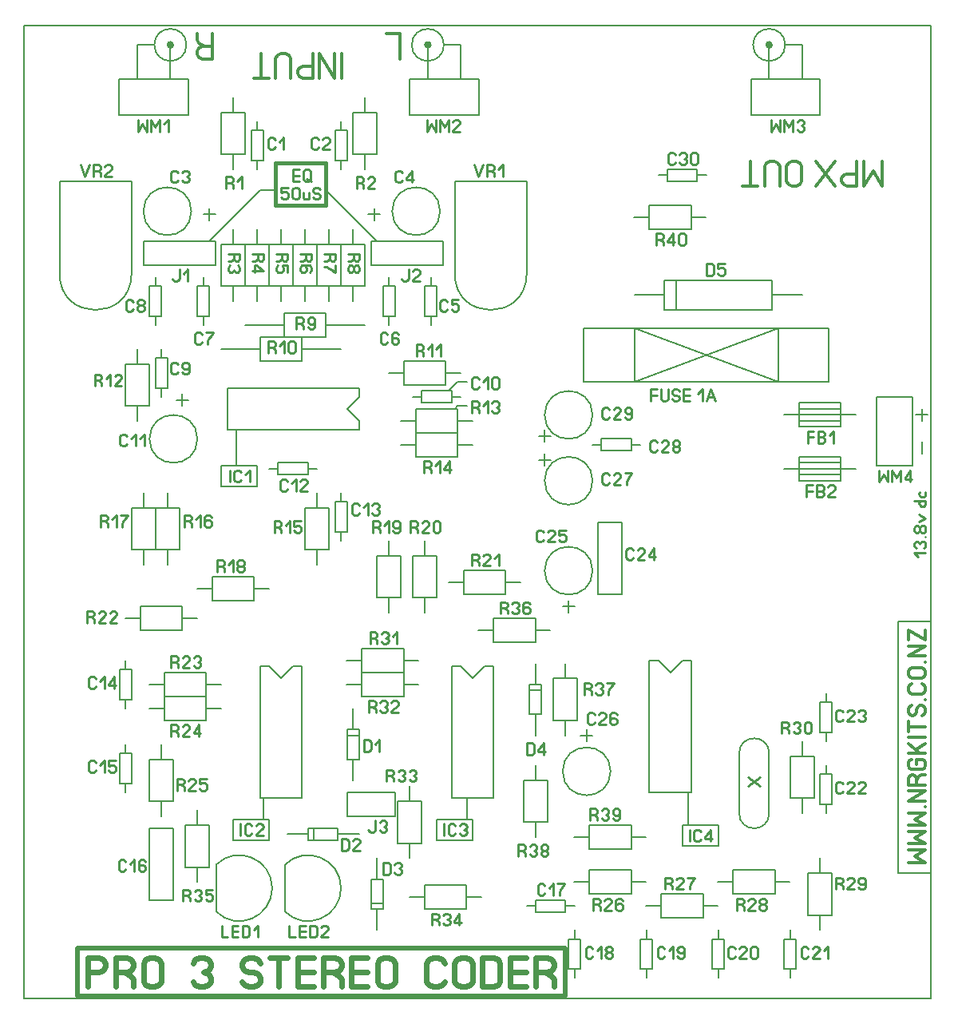
<source format=gbr>
%FSLAX32Y32*%
%MOMM*%
%LNSILKSCREEN1*%
G71*
G01*
%ADD10C, 0.20*%
%ADD11C, 0.22*%
%ADD12C, 0.56*%
%ADD13C, 0.55*%
%ADD14C, 0.33*%
%ADD15C, 0.32*%
%ADD16C, 0.40*%
%LPD*%
G54D10*
X0Y10316D02*
X9617Y10316D01*
X9617Y0D01*
X0Y0D01*
X0Y10316D01*
G54D11*
X1212Y9317D02*
X1212Y9192D01*
X1258Y9270D01*
X1305Y9192D01*
X1305Y9317D01*
G54D11*
X1349Y9192D02*
X1349Y9317D01*
X1395Y9239D01*
X1442Y9317D01*
X1442Y9192D01*
G54D11*
X1486Y9270D02*
X1532Y9317D01*
X1532Y9192D01*
G54D10*
X2222Y9554D02*
X2222Y9395D01*
G54D10*
X2222Y8792D02*
X2222Y8951D01*
G54D10*
X2222Y9395D02*
X2096Y9395D01*
X2096Y8951D01*
X2350Y8951D01*
X2350Y9395D01*
X2222Y9395D01*
G54D10*
X3620Y9554D02*
X3620Y9395D01*
G54D10*
X3620Y8792D02*
X3620Y8951D01*
G54D10*
X3620Y9395D02*
X3492Y9395D01*
X3492Y8951D01*
X3746Y8951D01*
X3746Y9395D01*
X3620Y9395D01*
G54D10*
X2413Y9205D02*
X2540Y9205D01*
X2540Y8887D01*
X2413Y8887D01*
X2413Y9205D01*
G54D10*
X2477Y9300D02*
X2477Y9205D01*
G54D10*
X2476Y8887D02*
X2476Y8792D01*
G54D10*
X3302Y9205D02*
X3429Y9205D01*
X3429Y8887D01*
X3302Y8887D01*
X3302Y9205D01*
G54D10*
X3366Y9300D02*
X3366Y9205D01*
G54D10*
X3366Y8887D02*
X3366Y8792D01*
G54D10*
X2222Y8157D02*
X2222Y7998D01*
G54D10*
X2222Y7395D02*
X2222Y7554D01*
G54D10*
X2222Y7998D02*
X2096Y7998D01*
X2096Y7554D01*
X2350Y7554D01*
X2350Y7998D01*
X2222Y7998D01*
G54D10*
X2476Y8157D02*
X2476Y7998D01*
G54D10*
X2476Y7395D02*
X2476Y7554D01*
G54D10*
X2476Y7998D02*
X2350Y7998D01*
X2350Y7554D01*
X2604Y7554D01*
X2604Y7998D01*
X2476Y7998D01*
G54D10*
X2730Y8157D02*
X2730Y7998D01*
G54D10*
X2730Y7395D02*
X2730Y7554D01*
G54D10*
X2730Y7998D02*
X2604Y7998D01*
X2604Y7554D01*
X2858Y7554D01*
X2858Y7998D01*
X2730Y7998D01*
G54D10*
X2984Y8157D02*
X2984Y7998D01*
G54D10*
X2984Y7395D02*
X2984Y7554D01*
G54D10*
X2984Y7998D02*
X2858Y7998D01*
X2858Y7554D01*
X3112Y7554D01*
X3112Y7998D01*
X2984Y7998D01*
G54D10*
X3238Y8157D02*
X3238Y7998D01*
G54D10*
X3238Y7395D02*
X3238Y7554D01*
G54D10*
X3238Y7998D02*
X3112Y7998D01*
X3112Y7554D01*
X3366Y7554D01*
X3366Y7998D01*
X3238Y7998D01*
G54D10*
X3492Y8157D02*
X3492Y7998D01*
G54D10*
X3492Y7395D02*
X3492Y7554D01*
G54D10*
X3492Y7998D02*
X3366Y7998D01*
X3366Y7554D01*
X3620Y7554D01*
X3620Y7998D01*
X3492Y7998D01*
G54D10*
X1842Y7554D02*
X1969Y7554D01*
X1969Y7236D01*
X1842Y7236D01*
X1842Y7554D01*
G54D10*
X1905Y7649D02*
X1905Y7554D01*
G54D10*
X1905Y7236D02*
X1905Y7141D01*
G54D10*
X1334Y7554D02*
X1461Y7554D01*
X1461Y7236D01*
X1334Y7236D01*
X1334Y7554D01*
G54D10*
X1397Y7649D02*
X1397Y7554D01*
G54D10*
X1397Y7236D02*
X1397Y7141D01*
G54D10*
X3810Y7554D02*
X3937Y7554D01*
X3937Y7236D01*
X3810Y7236D01*
X3810Y7554D01*
G54D10*
X3874Y7649D02*
X3874Y7554D01*
G54D10*
X3874Y7236D02*
X3874Y7141D01*
G54D10*
X4255Y7554D02*
X4382Y7554D01*
X4382Y7236D01*
X4255Y7236D01*
X4255Y7554D01*
G54D10*
X4318Y7649D02*
X4318Y7554D01*
G54D10*
X4318Y7236D02*
X4318Y7141D01*
G54D10*
X3364Y7141D02*
X3205Y7141D01*
G54D10*
X2602Y7141D02*
X2761Y7141D01*
G54D10*
X3205Y7141D02*
X3205Y7268D01*
X2761Y7268D01*
X2761Y7014D01*
X3205Y7014D01*
X3205Y7141D01*
G54D10*
X2604Y7141D02*
X2350Y7141D01*
G54D10*
X3366Y7141D02*
X3620Y7141D01*
G54D10*
X3110Y6887D02*
X2951Y6887D01*
G54D10*
X2348Y6887D02*
X2507Y6887D01*
G54D10*
X2951Y6887D02*
X2951Y7014D01*
X2507Y7014D01*
X2507Y6760D01*
X2951Y6760D01*
X2951Y6887D01*
G54D10*
X2350Y6887D02*
X2096Y6887D01*
G54D10*
X3112Y6887D02*
X3366Y6887D01*
G54D10*
X1397Y6792D02*
X1524Y6792D01*
X1524Y6474D01*
X1397Y6474D01*
X1397Y6792D01*
G54D10*
X1461Y6887D02*
X1461Y6792D01*
G54D10*
X1460Y6474D02*
X1460Y6379D01*
G54D10*
X1206Y6887D02*
X1206Y6728D01*
G54D10*
X1206Y6125D02*
X1206Y6284D01*
G54D10*
X1206Y6728D02*
X1080Y6728D01*
X1080Y6284D01*
X1334Y6284D01*
X1334Y6728D01*
X1206Y6728D01*
G54D10*
X4634Y6633D02*
X4475Y6633D01*
G54D10*
X3872Y6633D02*
X4031Y6633D01*
G54D10*
X4475Y6633D02*
X4475Y6760D01*
X4031Y6760D01*
X4031Y6506D01*
X4475Y6506D01*
X4475Y6633D01*
G54D10*
X4540Y6443D02*
X4540Y6316D01*
X4222Y6316D01*
X4222Y6443D01*
X4540Y6443D01*
G54D10*
X4635Y6379D02*
X4540Y6379D01*
G54D10*
X4222Y6380D02*
X4127Y6380D01*
G54D10*
X4761Y6125D02*
X4602Y6125D01*
G54D10*
X3999Y6125D02*
X4158Y6125D01*
G54D10*
X4602Y6125D02*
X4602Y6252D01*
X4158Y6252D01*
X4158Y5998D01*
X4602Y5998D01*
X4602Y6125D01*
G54D10*
X4761Y5871D02*
X4602Y5871D01*
G54D10*
X3999Y5871D02*
X4158Y5871D01*
G54D10*
X4602Y5871D02*
X4602Y5998D01*
X4158Y5998D01*
X4158Y5744D01*
X4602Y5744D01*
X4602Y5871D01*
G54D10*
X3016Y5681D02*
X3016Y5554D01*
X2698Y5554D01*
X2698Y5681D01*
X3016Y5681D01*
G54D10*
X3111Y5617D02*
X3016Y5617D01*
G54D10*
X2698Y5618D02*
X2603Y5618D01*
G54D10*
X3302Y5268D02*
X3429Y5268D01*
X3429Y4950D01*
X3302Y4950D01*
X3302Y5268D01*
G54D10*
X3366Y5363D02*
X3366Y5268D01*
G54D10*
X3366Y4950D02*
X3366Y4855D01*
G54D10*
X3112Y5363D02*
X3112Y5204D01*
G54D10*
X3112Y4601D02*
X3112Y4760D01*
G54D10*
X3112Y5204D02*
X2984Y5204D01*
X2984Y4760D01*
X3238Y4760D01*
X3238Y5204D01*
X3112Y5204D01*
G54D10*
X2032Y8030D02*
X1270Y8030D01*
X1270Y7776D01*
X2032Y7776D01*
X2032Y8030D01*
G54D10*
X4445Y8030D02*
X3683Y8030D01*
X3683Y7776D01*
X4445Y7776D01*
X4445Y8030D01*
G54D10*
G75*
G01X1778Y8347D02*
G03X1778Y8347I-254J0D01*
G01*
G54D10*
X1905Y8316D02*
X2032Y8316D01*
G54D10*
X1968Y8379D02*
X1968Y8252D01*
G54D10*
X381Y8665D02*
X1143Y8665D01*
X1143Y7681D01*
G54D10*
X381Y8665D02*
X381Y7681D01*
G54D10*
G75*
G01X381Y7681D02*
G03X1143Y7674I381J0D01*
G01*
G54D10*
X4572Y8665D02*
X5334Y8665D01*
X5334Y7681D01*
G54D10*
X4572Y8665D02*
X4572Y7681D01*
G54D10*
G75*
G01X4572Y7681D02*
G03X5334Y7674I381J0D01*
G01*
G54D10*
G75*
G01X3908Y8347D02*
G03X3908Y8347I254J0D01*
G01*
G54D10*
X3781Y8316D02*
X3654Y8316D01*
G54D10*
X3718Y8379D02*
X3718Y8252D01*
G54D10*
X3557Y6474D02*
X2160Y6474D01*
X2160Y6030D01*
X3557Y6030D01*
G54D10*
X3557Y6474D02*
X3557Y6379D01*
X3430Y6252D01*
X3557Y6125D01*
X3557Y6030D01*
G54D10*
G75*
G01X1842Y5934D02*
G03X1842Y5934I-254J0D01*
G01*
G54D10*
X1619Y6347D02*
X1746Y6347D01*
G54D10*
X1683Y6411D02*
X1683Y6284D01*
G54D10*
X1270Y5363D02*
X1270Y5204D01*
G54D10*
X1270Y4601D02*
X1270Y4760D01*
G54D10*
X1270Y5204D02*
X1143Y5204D01*
X1143Y4760D01*
X1397Y4760D01*
X1397Y5204D01*
X1270Y5204D01*
G54D10*
X1524Y5363D02*
X1524Y5204D01*
G54D10*
X1524Y4601D02*
X1524Y4760D01*
G54D10*
X1524Y5204D02*
X1397Y5204D01*
X1397Y4760D01*
X1651Y4760D01*
X1651Y5204D01*
X1524Y5204D01*
G54D10*
X7237Y8284D02*
X7079Y8284D01*
G54D10*
X6475Y8284D02*
X6634Y8284D01*
G54D10*
X7079Y8284D02*
X7079Y8411D01*
X6634Y8411D01*
X6634Y8157D01*
X7079Y8157D01*
X7079Y8284D01*
G54D10*
X7143Y8792D02*
X7143Y8665D01*
X6826Y8665D01*
X6826Y8792D01*
X7143Y8792D01*
G54D10*
X7239Y8729D02*
X7143Y8729D01*
G54D10*
X6826Y8729D02*
X6731Y8729D01*
G54D10*
X5937Y7109D02*
X5937Y6538D01*
X8541Y6538D01*
X8541Y7109D01*
X5937Y7109D01*
G54D10*
X6477Y7109D02*
X6477Y6538D01*
G54D10*
X8001Y7109D02*
X8001Y6538D01*
G54D10*
X8001Y7109D02*
X6477Y6538D01*
G54D10*
X6477Y7109D02*
X8001Y6538D01*
G54D10*
X6796Y7300D02*
X7939Y7300D01*
X7939Y7458D01*
X7939Y7617D01*
X6796Y7617D01*
X6796Y7300D01*
G54D10*
X6477Y7458D02*
X6794Y7458D01*
G54D10*
X7938Y7458D02*
X8255Y7458D01*
G54D10*
X6922Y7617D02*
X6922Y7300D01*
G54D10*
X6445Y5935D02*
X6445Y5808D01*
X6127Y5808D01*
X6127Y5935D01*
X6445Y5935D01*
G54D10*
X6540Y5871D02*
X6445Y5871D01*
G54D10*
X6127Y5872D02*
X6032Y5872D01*
G54D10*
G75*
G01X6033Y6188D02*
G03X6033Y6188I-254J0D01*
G01*
G54D10*
G75*
G01X6033Y5490D02*
G03X6033Y5490I-254J0D01*
G01*
G54D10*
X5461Y5966D02*
X5588Y5966D01*
G54D10*
X5524Y6030D02*
X5524Y5903D01*
G54D10*
X5461Y5712D02*
X5588Y5712D01*
G54D10*
X5524Y5776D02*
X5524Y5649D01*
G54D10*
X8667Y6062D02*
X8223Y6061D01*
X8223Y6188D01*
X8223Y6316D01*
X8667Y6316D01*
X8667Y6062D01*
G54D10*
X8223Y6252D02*
X8668Y6252D01*
G54D10*
X8668Y6188D02*
X8223Y6188D01*
G54D10*
X8223Y6124D02*
X8668Y6125D01*
G54D10*
X8223Y6188D02*
X8064Y6188D01*
G54D10*
X8826Y6188D02*
X8668Y6188D01*
G54D10*
X8667Y5490D02*
X8223Y5490D01*
X8223Y5617D01*
X8223Y5744D01*
X8667Y5744D01*
X8667Y5490D01*
G54D10*
X8223Y5680D02*
X8668Y5680D01*
G54D10*
X8668Y5616D02*
X8223Y5616D01*
G54D10*
X8223Y5553D02*
X8668Y5553D01*
G54D10*
X8223Y5616D02*
X8064Y5616D01*
G54D10*
X8826Y5616D02*
X8668Y5616D01*
G54D10*
X9429Y6379D02*
X9048Y6379D01*
X9048Y5649D01*
X9429Y5649D01*
X9429Y6379D01*
G54D10*
X9460Y6189D02*
X9587Y6189D01*
G54D10*
X9524Y6252D02*
X9524Y6125D01*
G54D10*
X9524Y5903D02*
X9524Y5776D01*
G54D10*
X7714Y9368D02*
X7714Y9749D01*
X8445Y9749D01*
X8445Y9368D01*
X7714Y9368D01*
G54D10*
X4095Y9368D02*
X4095Y9749D01*
X4825Y9749D01*
X4825Y9368D01*
X4095Y9368D01*
G54D10*
X1745Y9368D02*
X1745Y9749D01*
X1014Y9749D01*
X1014Y9368D01*
X1745Y9368D01*
G54D10*
G75*
G01X1726Y10110D02*
G03X1726Y10110I-170J0D01*
G01*
G54D10*
X1556Y9760D02*
X1556Y10110D01*
G54D10*
X1382Y10110D02*
X1208Y10110D01*
X1208Y9760D01*
G54D10*
G75*
G01X1588Y10110D02*
G03X1588Y10110I-32J0D01*
G01*
G36*
G75*
G01X1588Y10110D02*
G03X1588Y10110I-32J0D01*
G01*
G37*
X1588Y10110D01*
G54D10*
X6348Y5046D02*
X6348Y4284D01*
X6221Y4284D01*
X6094Y4284D01*
X6094Y5046D01*
X6348Y5046D01*
G54D10*
G75*
G01X6033Y4537D02*
G03X6033Y4537I-254J0D01*
G01*
G54D10*
X5715Y4156D02*
X5842Y4156D01*
G54D10*
X5778Y4220D02*
X5778Y4093D01*
G54D10*
X5269Y4411D02*
X5110Y4411D01*
G54D10*
X4507Y4411D02*
X4666Y4411D01*
G54D10*
X5110Y4411D02*
X5110Y4538D01*
X4666Y4538D01*
X4666Y4284D01*
X5110Y4284D01*
X5110Y4411D01*
G54D10*
X4254Y4855D02*
X4254Y4696D01*
G54D10*
X4254Y4093D02*
X4254Y4252D01*
G54D10*
X4254Y4696D02*
X4128Y4696D01*
X4128Y4252D01*
X4382Y4252D01*
X4382Y4696D01*
X4254Y4696D01*
G54D10*
X3874Y4855D02*
X3874Y4696D01*
G54D10*
X3874Y4093D02*
X3874Y4252D01*
G54D10*
X3874Y4696D02*
X3746Y4696D01*
X3746Y4252D01*
X4000Y4252D01*
X4000Y4696D01*
X3874Y4696D01*
G54D10*
X2507Y3522D02*
X2507Y2125D01*
X2952Y2125D01*
X2952Y3522D01*
G54D10*
X2507Y3522D02*
X2603Y3522D01*
X2730Y3395D01*
X2857Y3522D01*
X2952Y3522D01*
G54D10*
X4539Y3522D02*
X4539Y2125D01*
X4984Y2125D01*
X4984Y3522D01*
G54D10*
X4539Y3522D02*
X4635Y3522D01*
X4762Y3395D01*
X4889Y3522D01*
X4984Y3522D01*
G54D10*
X6635Y3586D02*
X6635Y2189D01*
X7079Y2189D01*
X7079Y3586D01*
G54D10*
X6635Y3586D02*
X6730Y3586D01*
X6857Y3459D01*
X6984Y3586D01*
X7079Y3586D01*
G54D10*
X5747Y3553D02*
X5747Y3394D01*
G54D10*
X5747Y2791D02*
X5747Y2950D01*
G54D10*
X5747Y3394D02*
X5620Y3394D01*
X5620Y2950D01*
X5874Y2950D01*
X5874Y3394D01*
X5747Y3394D01*
G54D10*
X5366Y3331D02*
X5493Y3331D01*
X5493Y3014D01*
X5366Y3014D01*
X5366Y3331D01*
G54D10*
X5430Y3426D02*
X5430Y3331D01*
G54D10*
X5429Y3014D02*
X5429Y2918D01*
G54D10*
X5429Y3553D02*
X5429Y3426D01*
G54D10*
X5429Y2950D02*
X5429Y2791D01*
G54D10*
X5429Y2474D02*
X5429Y2315D01*
G54D10*
X5429Y1712D02*
X5429Y1870D01*
G54D10*
X5429Y2315D02*
X5302Y2315D01*
X5302Y1870D01*
X5556Y1870D01*
X5556Y2315D01*
X5429Y2315D01*
G54D10*
G75*
G01X6224Y2410D02*
G03X6224Y2410I-254J0D01*
G01*
G54D10*
X5906Y2791D02*
X6032Y2791D01*
G54D10*
X5969Y2855D02*
X5969Y2728D01*
G54D10*
X5586Y3903D02*
X5428Y3903D01*
G54D10*
X4824Y3903D02*
X4983Y3903D01*
G54D10*
X5428Y3903D02*
X5428Y4030D01*
X4983Y4030D01*
X4983Y3776D01*
X5428Y3776D01*
X5428Y3903D01*
G54D10*
X4189Y3585D02*
X4031Y3585D01*
G54D10*
X3427Y3585D02*
X3586Y3585D01*
G54D10*
X4031Y3585D02*
X4031Y3712D01*
X3586Y3712D01*
X3586Y3458D01*
X4031Y3458D01*
X4031Y3585D01*
G54D10*
X4189Y3331D02*
X4031Y3331D01*
G54D10*
X3427Y3331D02*
X3586Y3331D01*
G54D10*
X4031Y3331D02*
X4031Y3458D01*
X3586Y3458D01*
X3586Y3204D01*
X4031Y3204D01*
X4031Y3331D01*
G54D10*
X3429Y2855D02*
X3556Y2855D01*
X3556Y2537D01*
X3429Y2537D01*
X3429Y2855D01*
G54D10*
X3493Y2950D02*
X3493Y2855D01*
G54D10*
X3492Y2537D02*
X3492Y2442D01*
G54D10*
X3492Y3077D02*
X3492Y2918D01*
G54D10*
X3492Y2474D02*
X3492Y2315D01*
G54D10*
X3429Y2061D02*
X3429Y1934D01*
X3937Y1934D01*
X3937Y2188D01*
X3429Y2188D01*
X3429Y2188D01*
X3429Y1934D01*
G54D10*
X4096Y2252D02*
X4096Y2093D01*
G54D10*
X4096Y1490D02*
X4096Y1648D01*
G54D10*
X4096Y2093D02*
X3969Y2093D01*
X3969Y1648D01*
X4223Y1648D01*
X4223Y2093D01*
X4096Y2093D01*
G54D10*
X3683Y1267D02*
X3810Y1267D01*
X3810Y950D01*
X3683Y950D01*
X3683Y1267D01*
G54D10*
X3747Y1362D02*
X3747Y1267D01*
G54D10*
X3746Y950D02*
X3746Y854D01*
G54D10*
X3746Y1490D02*
X3746Y1331D01*
G54D10*
X3746Y886D02*
X3746Y728D01*
G54D10*
X3333Y1807D02*
X3333Y1680D01*
X3015Y1680D01*
X3015Y1807D01*
X3333Y1807D01*
G54D10*
X3428Y1744D02*
X3333Y1744D01*
G54D10*
X3015Y1744D02*
X2920Y1744D01*
G54D10*
X3555Y1744D02*
X3396Y1744D01*
G54D10*
X2952Y1744D02*
X2793Y1744D01*
G54D10*
X2602Y4347D02*
X2443Y4347D01*
G54D10*
X1840Y4347D02*
X1999Y4347D01*
G54D10*
X2443Y4347D02*
X2443Y4474D01*
X1999Y4474D01*
X1999Y4220D01*
X2443Y4220D01*
X2443Y4347D01*
G54D10*
X1840Y4030D02*
X1681Y4030D01*
G54D10*
X1078Y4030D02*
X1237Y4030D01*
G54D10*
X1681Y4030D02*
X1681Y4157D01*
X1237Y4157D01*
X1237Y3903D01*
X1681Y3903D01*
X1681Y4030D01*
G54D10*
X2094Y3331D02*
X1935Y3331D01*
G54D10*
X1332Y3331D02*
X1491Y3331D01*
G54D10*
X1935Y3331D02*
X1935Y3458D01*
X1491Y3458D01*
X1491Y3204D01*
X1935Y3204D01*
X1935Y3331D01*
G54D10*
X2094Y3077D02*
X1935Y3077D01*
G54D10*
X1332Y3077D02*
X1491Y3077D01*
G54D10*
X1935Y3077D02*
X1935Y3204D01*
X1491Y3204D01*
X1491Y2950D01*
X1935Y2950D01*
X1935Y3077D01*
G54D10*
X1016Y3490D02*
X1143Y3490D01*
X1143Y3172D01*
X1016Y3172D01*
X1016Y3490D01*
G54D10*
X1080Y3585D02*
X1080Y3490D01*
G54D10*
X1080Y3172D02*
X1080Y3077D01*
G54D10*
X1016Y2601D02*
X1143Y2601D01*
X1143Y2283D01*
X1016Y2283D01*
X1016Y2601D01*
G54D10*
X1080Y2696D02*
X1080Y2601D01*
G54D10*
X1080Y2283D02*
X1080Y2188D01*
G54D10*
X1460Y2696D02*
X1460Y2537D01*
G54D10*
X1460Y1934D02*
X1460Y2093D01*
G54D10*
X1460Y2537D02*
X1334Y2537D01*
X1334Y2093D01*
X1588Y2093D01*
X1588Y2537D01*
X1460Y2537D01*
G54D10*
X1842Y1998D02*
X1842Y1839D01*
G54D10*
X1842Y1236D02*
X1842Y1394D01*
G54D10*
X1842Y1839D02*
X1714Y1839D01*
X1714Y1394D01*
X1968Y1394D01*
X1968Y1839D01*
X1842Y1839D01*
G54D10*
X1586Y1807D02*
X1586Y1045D01*
X1459Y1045D01*
X1332Y1045D01*
X1332Y1807D01*
X1586Y1807D01*
G54D10*
G75*
G01X2039Y925D02*
G03X2039Y1419I247J247D01*
G01*
G54D10*
X2040Y1418D02*
X2040Y926D01*
G54D10*
G75*
G01X2769Y925D02*
G03X2769Y1419I247J247D01*
G01*
G54D10*
X2770Y1418D02*
X2770Y926D01*
G54D10*
X4856Y1077D02*
X4697Y1077D01*
G54D10*
X4094Y1077D02*
X4253Y1077D01*
G54D10*
X4697Y1077D02*
X4697Y1204D01*
X4253Y1204D01*
X4253Y950D01*
X4697Y950D01*
X4697Y1077D01*
G54D10*
X8065Y632D02*
X8192Y632D01*
X8192Y315D01*
X8065Y315D01*
X8065Y632D01*
G54D10*
X8128Y728D02*
X8128Y632D01*
G54D10*
X8128Y315D02*
X8128Y220D01*
G54D10*
X7303Y632D02*
X7430Y632D01*
X7430Y315D01*
X7303Y315D01*
X7303Y632D01*
G54D10*
X7366Y728D02*
X7366Y632D01*
G54D10*
X7366Y315D02*
X7366Y220D01*
G54D10*
X6541Y632D02*
X6668Y632D01*
X6668Y315D01*
X6541Y315D01*
X6541Y632D01*
G54D10*
X6604Y728D02*
X6604Y632D01*
G54D10*
X6604Y315D02*
X6604Y220D01*
G54D10*
X5779Y632D02*
X5906Y632D01*
X5906Y315D01*
X5779Y315D01*
X5779Y632D01*
G54D10*
X5842Y728D02*
X5842Y632D01*
G54D10*
X5842Y315D02*
X5842Y220D01*
G54D10*
X5746Y1045D02*
X5746Y918D01*
X5429Y918D01*
X5429Y1045D01*
X5746Y1045D01*
G54D10*
X5841Y981D02*
X5746Y981D01*
G54D10*
X5429Y982D02*
X5333Y982D01*
G54D10*
X6602Y1236D02*
X6444Y1236D01*
G54D10*
X5840Y1236D02*
X5999Y1236D01*
G54D10*
X6444Y1236D02*
X6444Y1363D01*
X5999Y1363D01*
X5999Y1109D01*
X6444Y1109D01*
X6444Y1236D01*
G54D10*
X7364Y982D02*
X7206Y982D01*
G54D10*
X6602Y982D02*
X6761Y982D01*
G54D10*
X7206Y982D02*
X7206Y1109D01*
X6761Y1109D01*
X6761Y855D01*
X7206Y855D01*
X7206Y982D01*
G54D10*
X8126Y1236D02*
X7968Y1236D01*
G54D10*
X7364Y1236D02*
X7523Y1236D01*
G54D10*
X7968Y1236D02*
X7968Y1363D01*
X7523Y1363D01*
X7523Y1109D01*
X7968Y1109D01*
X7968Y1236D01*
G54D10*
X8446Y1490D02*
X8446Y1331D01*
G54D10*
X8446Y728D02*
X8446Y886D01*
G54D10*
X8446Y1331D02*
X8318Y1331D01*
X8318Y886D01*
X8572Y886D01*
X8572Y1331D01*
X8446Y1331D01*
G54D10*
X6602Y1712D02*
X6444Y1712D01*
G54D10*
X5840Y1712D02*
X5999Y1712D01*
G54D10*
X6444Y1712D02*
X6444Y1839D01*
X5999Y1839D01*
X5999Y1585D01*
X6444Y1585D01*
X6444Y1712D01*
G54D10*
G75*
G01X7906Y2601D02*
G03X7588Y2601I-159J0D01*
G01*
G54D10*
G75*
G01X7588Y1965D02*
G03X7906Y1965I159J0D01*
G01*
G54D10*
X7588Y2601D02*
X7588Y1966D01*
G54D10*
X7906Y1966D02*
X7906Y2601D01*
G54D11*
X7682Y2257D02*
X7807Y2350D01*
G54D11*
X7807Y2257D02*
X7682Y2350D01*
G54D10*
X8255Y2728D02*
X8255Y2569D01*
G54D10*
X8255Y1966D02*
X8255Y2124D01*
G54D10*
X8255Y2569D02*
X8128Y2569D01*
X8128Y2124D01*
X8382Y2124D01*
X8382Y2569D01*
X8255Y2569D01*
G54D10*
X8446Y2378D02*
X8573Y2378D01*
X8573Y2061D01*
X8446Y2061D01*
X8446Y2378D01*
G54D10*
X8509Y2474D02*
X8509Y2378D01*
G54D10*
X8509Y2061D02*
X8509Y1966D01*
G54D10*
X8446Y3140D02*
X8573Y3140D01*
X8573Y2823D01*
X8446Y2823D01*
X8446Y3140D01*
G54D10*
X8509Y3236D02*
X8509Y3140D01*
G54D10*
X8509Y2823D02*
X8509Y2728D01*
G54D11*
X4278Y9317D02*
X4278Y9192D01*
X4324Y9270D01*
X4371Y9192D01*
X4371Y9317D01*
G54D11*
X4414Y9192D02*
X4414Y9317D01*
X4461Y9239D01*
X4508Y9317D01*
X4508Y9192D01*
G54D11*
X4626Y9192D02*
X4552Y9192D01*
X4552Y9200D01*
X4561Y9216D01*
X4617Y9262D01*
X4626Y9278D01*
X4626Y9293D01*
X4617Y9309D01*
X4598Y9317D01*
X4580Y9317D01*
X4561Y9309D01*
X4552Y9293D01*
G54D11*
X7929Y9317D02*
X7929Y9192D01*
X7975Y9270D01*
X8022Y9192D01*
X8022Y9317D01*
G54D11*
X8066Y9192D02*
X8066Y9317D01*
X8112Y9239D01*
X8159Y9317D01*
X8159Y9192D01*
G54D11*
X8203Y9293D02*
X8212Y9309D01*
X8231Y9317D01*
X8249Y9317D01*
X8268Y9309D01*
X8277Y9293D01*
X8277Y9278D01*
X8268Y9262D01*
X8249Y9254D01*
X8268Y9247D01*
X8277Y9231D01*
X8277Y9216D01*
X8268Y9200D01*
X8249Y9192D01*
X8231Y9192D01*
X8212Y9200D01*
X8203Y9216D01*
G54D11*
X2666Y9025D02*
X2656Y9010D01*
X2638Y9002D01*
X2619Y9002D01*
X2600Y9010D01*
X2591Y9025D01*
X2591Y9103D01*
X2600Y9118D01*
X2619Y9126D01*
X2638Y9126D01*
X2656Y9118D01*
X2666Y9103D01*
G54D11*
X2710Y9080D02*
X2757Y9126D01*
X2757Y9002D01*
G54D11*
X3128Y9025D02*
X3119Y9010D01*
X3100Y9002D01*
X3081Y9002D01*
X3063Y9010D01*
X3053Y9025D01*
X3053Y9103D01*
X3063Y9118D01*
X3081Y9126D01*
X3100Y9126D01*
X3119Y9118D01*
X3128Y9103D01*
G54D11*
X3247Y9002D02*
X3172Y9002D01*
X3172Y9010D01*
X3182Y9025D01*
X3238Y9072D01*
X3247Y9087D01*
X3247Y9103D01*
X3238Y9118D01*
X3219Y9126D01*
X3200Y9126D01*
X3182Y9118D01*
X3172Y9103D01*
G54D11*
X2184Y8651D02*
X2212Y8636D01*
X2221Y8620D01*
X2221Y8589D01*
G54D11*
X2146Y8589D02*
X2146Y8713D01*
X2193Y8713D01*
X2212Y8706D01*
X2221Y8690D01*
X2221Y8675D01*
X2212Y8659D01*
X2193Y8651D01*
X2146Y8651D01*
G54D11*
X2266Y8667D02*
X2312Y8713D01*
X2312Y8589D01*
G54D11*
X3567Y8651D02*
X3595Y8636D01*
X3604Y8620D01*
X3604Y8589D01*
G54D11*
X3530Y8589D02*
X3530Y8713D01*
X3576Y8713D01*
X3595Y8706D01*
X3604Y8690D01*
X3604Y8675D01*
X3595Y8659D01*
X3576Y8651D01*
X3530Y8651D01*
G54D11*
X3723Y8589D02*
X3648Y8589D01*
X3648Y8597D01*
X3658Y8612D01*
X3714Y8659D01*
X3723Y8675D01*
X3723Y8690D01*
X3714Y8706D01*
X3695Y8713D01*
X3676Y8713D01*
X3658Y8706D01*
X3648Y8690D01*
G54D11*
X1636Y8676D02*
X1626Y8660D01*
X1608Y8652D01*
X1589Y8652D01*
X1570Y8660D01*
X1561Y8676D01*
X1561Y8754D01*
X1570Y8769D01*
X1589Y8777D01*
X1608Y8777D01*
X1626Y8769D01*
X1636Y8754D01*
G54D11*
X1680Y8754D02*
X1689Y8769D01*
X1708Y8777D01*
X1727Y8777D01*
X1745Y8769D01*
X1755Y8754D01*
X1755Y8738D01*
X1745Y8722D01*
X1727Y8715D01*
X1745Y8707D01*
X1755Y8691D01*
X1755Y8676D01*
X1745Y8660D01*
X1727Y8652D01*
X1708Y8652D01*
X1689Y8660D01*
X1680Y8676D01*
G54D11*
X4017Y8676D02*
X4008Y8660D01*
X3989Y8652D01*
X3970Y8652D01*
X3952Y8660D01*
X3942Y8676D01*
X3942Y8754D01*
X3952Y8769D01*
X3970Y8777D01*
X3989Y8777D01*
X4008Y8769D01*
X4017Y8754D01*
G54D11*
X4117Y8652D02*
X4117Y8777D01*
X4061Y8699D01*
X4061Y8684D01*
X4136Y8684D01*
G54D11*
X604Y8840D02*
X650Y8716D01*
X697Y8840D01*
G54D11*
X778Y8778D02*
X806Y8763D01*
X815Y8747D01*
X815Y8716D01*
G54D11*
X740Y8716D02*
X740Y8840D01*
X787Y8840D01*
X806Y8833D01*
X815Y8817D01*
X815Y8802D01*
X806Y8786D01*
X787Y8778D01*
X740Y8778D01*
G54D11*
X934Y8716D02*
X860Y8716D01*
X860Y8724D01*
X869Y8739D01*
X925Y8786D01*
X934Y8802D01*
X934Y8817D01*
X925Y8833D01*
X906Y8840D01*
X888Y8840D01*
X869Y8833D01*
X860Y8817D01*
G54D11*
X4777Y8840D02*
X4823Y8716D01*
X4870Y8840D01*
G54D11*
X4951Y8778D02*
X4979Y8763D01*
X4988Y8747D01*
X4988Y8716D01*
G54D11*
X4914Y8716D02*
X4914Y8840D01*
X4960Y8840D01*
X4979Y8833D01*
X4988Y8817D01*
X4988Y8802D01*
X4979Y8786D01*
X4960Y8778D01*
X4914Y8778D01*
G54D11*
X5033Y8794D02*
X5079Y8840D01*
X5079Y8716D01*
G54D11*
X1650Y7729D02*
X1650Y7628D01*
X1640Y7613D01*
X1622Y7605D01*
X1603Y7605D01*
X1584Y7613D01*
X1575Y7628D01*
G54D11*
X1694Y7683D02*
X1741Y7729D01*
X1741Y7605D01*
G54D11*
X4080Y7729D02*
X4080Y7628D01*
X4071Y7613D01*
X4052Y7605D01*
X4034Y7605D01*
X4015Y7613D01*
X4006Y7628D01*
G54D11*
X4199Y7605D02*
X4125Y7605D01*
X4125Y7613D01*
X4134Y7628D01*
X4190Y7675D01*
X4199Y7690D01*
X4199Y7706D01*
X4190Y7721D01*
X4171Y7729D01*
X4153Y7729D01*
X4134Y7721D01*
X4125Y7706D01*
G54D11*
X2229Y7854D02*
X2214Y7826D01*
X2198Y7817D01*
X2167Y7817D01*
G54D11*
X2167Y7891D02*
X2291Y7891D01*
X2291Y7845D01*
X2284Y7826D01*
X2268Y7817D01*
X2253Y7817D01*
X2237Y7826D01*
X2229Y7845D01*
X2229Y7891D01*
G54D11*
X2268Y7772D02*
X2284Y7763D01*
X2291Y7744D01*
X2291Y7726D01*
X2284Y7707D01*
X2268Y7698D01*
X2253Y7698D01*
X2237Y7707D01*
X2229Y7726D01*
X2221Y7707D01*
X2206Y7698D01*
X2190Y7698D01*
X2175Y7707D01*
X2167Y7726D01*
X2167Y7744D01*
X2175Y7763D01*
X2190Y7772D01*
G54D11*
X2483Y7854D02*
X2468Y7826D01*
X2452Y7817D01*
X2421Y7817D01*
G54D11*
X2421Y7891D02*
X2545Y7891D01*
X2545Y7845D01*
X2538Y7826D01*
X2522Y7817D01*
X2507Y7817D01*
X2491Y7826D01*
X2483Y7845D01*
X2483Y7891D01*
G54D11*
X2421Y7716D02*
X2545Y7716D01*
X2468Y7772D01*
X2452Y7772D01*
X2452Y7698D01*
G54D11*
X2737Y7854D02*
X2722Y7826D01*
X2706Y7817D01*
X2675Y7817D01*
G54D11*
X2675Y7891D02*
X2799Y7891D01*
X2799Y7845D01*
X2792Y7826D01*
X2776Y7817D01*
X2761Y7817D01*
X2745Y7826D01*
X2737Y7845D01*
X2737Y7891D01*
G54D11*
X2799Y7698D02*
X2799Y7772D01*
X2745Y7772D01*
X2745Y7763D01*
X2753Y7744D01*
X2753Y7726D01*
X2745Y7707D01*
X2729Y7698D01*
X2698Y7698D01*
X2683Y7707D01*
X2675Y7726D01*
X2675Y7744D01*
X2683Y7763D01*
X2698Y7772D01*
G54D11*
X2991Y7854D02*
X2976Y7826D01*
X2960Y7817D01*
X2929Y7817D01*
G54D11*
X2929Y7891D02*
X3053Y7891D01*
X3053Y7845D01*
X3046Y7826D01*
X3030Y7817D01*
X3015Y7817D01*
X2999Y7826D01*
X2991Y7845D01*
X2991Y7891D01*
G54D11*
X3030Y7698D02*
X3046Y7707D01*
X3053Y7726D01*
X3053Y7744D01*
X3046Y7763D01*
X3030Y7772D01*
X2991Y7772D01*
X2983Y7772D01*
X2999Y7744D01*
X2999Y7726D01*
X2991Y7707D01*
X2976Y7698D01*
X2952Y7698D01*
X2937Y7707D01*
X2929Y7726D01*
X2929Y7744D01*
X2937Y7763D01*
X2952Y7772D01*
X2991Y7772D01*
G54D11*
X3245Y7854D02*
X3230Y7826D01*
X3214Y7817D01*
X3183Y7817D01*
G54D11*
X3183Y7891D02*
X3307Y7891D01*
X3307Y7845D01*
X3300Y7826D01*
X3284Y7817D01*
X3269Y7817D01*
X3253Y7826D01*
X3245Y7845D01*
X3245Y7891D01*
G54D11*
X3307Y7772D02*
X3307Y7698D01*
X3292Y7707D01*
X3269Y7726D01*
X3237Y7744D01*
X3214Y7754D01*
X3183Y7754D01*
G54D11*
X3499Y7854D02*
X3484Y7826D01*
X3468Y7817D01*
X3437Y7817D01*
G54D11*
X3437Y7891D02*
X3561Y7891D01*
X3561Y7845D01*
X3554Y7826D01*
X3538Y7817D01*
X3523Y7817D01*
X3507Y7826D01*
X3499Y7845D01*
X3499Y7891D01*
G54D11*
X3499Y7726D02*
X3499Y7744D01*
X3507Y7763D01*
X3523Y7772D01*
X3538Y7772D01*
X3554Y7763D01*
X3561Y7744D01*
X3561Y7726D01*
X3554Y7707D01*
X3538Y7698D01*
X3523Y7698D01*
X3507Y7707D01*
X3499Y7726D01*
X3491Y7707D01*
X3476Y7698D01*
X3460Y7698D01*
X3445Y7707D01*
X3437Y7726D01*
X3437Y7744D01*
X3445Y7763D01*
X3460Y7772D01*
X3476Y7772D01*
X3491Y7763D01*
X3499Y7744D01*
G54D11*
X2932Y7159D02*
X2960Y7143D01*
X2969Y7128D01*
X2969Y7097D01*
G54D11*
X2894Y7097D02*
X2894Y7221D01*
X2941Y7221D01*
X2960Y7213D01*
X2969Y7198D01*
X2969Y7182D01*
X2960Y7167D01*
X2941Y7159D01*
X2894Y7159D01*
G54D11*
X3014Y7120D02*
X3023Y7105D01*
X3042Y7097D01*
X3060Y7097D01*
X3079Y7105D01*
X3088Y7120D01*
X3088Y7159D01*
X3088Y7167D01*
X3060Y7151D01*
X3042Y7151D01*
X3023Y7159D01*
X3014Y7175D01*
X3014Y7198D01*
X3023Y7213D01*
X3042Y7221D01*
X3060Y7221D01*
X3079Y7213D01*
X3088Y7198D01*
X3088Y7159D01*
G54D11*
X2632Y6905D02*
X2660Y6889D01*
X2670Y6874D01*
X2670Y6843D01*
G54D11*
X2595Y6843D02*
X2595Y6967D01*
X2642Y6967D01*
X2660Y6959D01*
X2670Y6944D01*
X2670Y6928D01*
X2660Y6913D01*
X2642Y6905D01*
X2595Y6905D01*
G54D11*
X2714Y6921D02*
X2761Y6967D01*
X2761Y6843D01*
G54D11*
X2880Y6944D02*
X2880Y6866D01*
X2870Y6851D01*
X2852Y6843D01*
X2833Y6843D01*
X2814Y6851D01*
X2805Y6866D01*
X2805Y6944D01*
X2814Y6959D01*
X2833Y6967D01*
X2852Y6967D01*
X2870Y6959D01*
X2880Y6944D01*
G54D11*
X4493Y7311D02*
X4484Y7295D01*
X4465Y7287D01*
X4446Y7287D01*
X4428Y7295D01*
X4418Y7311D01*
X4418Y7388D01*
X4428Y7404D01*
X4446Y7412D01*
X4465Y7412D01*
X4484Y7404D01*
X4493Y7388D01*
G54D11*
X4612Y7412D02*
X4538Y7412D01*
X4538Y7357D01*
X4547Y7357D01*
X4566Y7365D01*
X4584Y7365D01*
X4603Y7357D01*
X4612Y7342D01*
X4612Y7311D01*
X4603Y7295D01*
X4584Y7287D01*
X4566Y7287D01*
X4547Y7295D01*
X4538Y7311D01*
G54D11*
X3858Y6961D02*
X3849Y6946D01*
X3830Y6938D01*
X3812Y6938D01*
X3793Y6946D01*
X3784Y6961D01*
X3784Y7039D01*
X3793Y7055D01*
X3812Y7062D01*
X3830Y7062D01*
X3849Y7055D01*
X3858Y7039D01*
G54D11*
X3977Y7039D02*
X3968Y7055D01*
X3949Y7062D01*
X3930Y7062D01*
X3912Y7055D01*
X3902Y7039D01*
X3902Y7000D01*
X3902Y6992D01*
X3930Y7008D01*
X3949Y7008D01*
X3968Y7000D01*
X3977Y6985D01*
X3977Y6961D01*
X3968Y6946D01*
X3949Y6938D01*
X3930Y6938D01*
X3912Y6946D01*
X3902Y6961D01*
X3902Y7000D01*
G54D11*
X1890Y6961D02*
X1880Y6946D01*
X1862Y6938D01*
X1843Y6938D01*
X1824Y6946D01*
X1815Y6961D01*
X1815Y7039D01*
X1824Y7055D01*
X1843Y7062D01*
X1862Y7062D01*
X1880Y7055D01*
X1890Y7039D01*
G54D11*
X1934Y7062D02*
X2009Y7062D01*
X1999Y7047D01*
X1981Y7024D01*
X1962Y6992D01*
X1953Y6969D01*
X1953Y6938D01*
G54D11*
X1159Y7311D02*
X1150Y7295D01*
X1131Y7287D01*
X1113Y7287D01*
X1094Y7295D01*
X1085Y7311D01*
X1085Y7388D01*
X1094Y7404D01*
X1113Y7412D01*
X1131Y7412D01*
X1150Y7404D01*
X1159Y7388D01*
G54D11*
X1250Y7349D02*
X1232Y7349D01*
X1213Y7357D01*
X1204Y7373D01*
X1204Y7388D01*
X1213Y7404D01*
X1232Y7412D01*
X1250Y7412D01*
X1269Y7404D01*
X1278Y7388D01*
X1278Y7373D01*
X1269Y7357D01*
X1250Y7349D01*
X1269Y7342D01*
X1278Y7326D01*
X1278Y7311D01*
X1269Y7295D01*
X1250Y7287D01*
X1232Y7287D01*
X1213Y7295D01*
X1204Y7311D01*
X1204Y7326D01*
X1213Y7342D01*
X1232Y7349D01*
G54D11*
X4202Y6873D02*
X4230Y6858D01*
X4239Y6842D01*
X4239Y6811D01*
G54D11*
X4165Y6811D02*
X4165Y6935D01*
X4211Y6935D01*
X4230Y6928D01*
X4239Y6912D01*
X4239Y6897D01*
X4230Y6881D01*
X4211Y6873D01*
X4165Y6873D01*
G54D11*
X4284Y6889D02*
X4330Y6935D01*
X4330Y6811D01*
G54D11*
X4375Y6889D02*
X4421Y6935D01*
X4421Y6811D01*
G54D11*
X791Y6556D02*
X819Y6540D01*
X828Y6525D01*
X828Y6494D01*
G54D11*
X754Y6494D02*
X754Y6618D01*
X800Y6618D01*
X819Y6610D01*
X828Y6595D01*
X828Y6579D01*
X819Y6564D01*
X800Y6556D01*
X754Y6556D01*
G54D11*
X872Y6571D02*
X919Y6618D01*
X919Y6494D01*
G54D11*
X1038Y6494D02*
X964Y6494D01*
X964Y6501D01*
X973Y6517D01*
X1029Y6564D01*
X1038Y6579D01*
X1038Y6595D01*
X1029Y6610D01*
X1010Y6618D01*
X992Y6618D01*
X973Y6610D01*
X964Y6595D01*
G54D11*
X1636Y6644D02*
X1626Y6628D01*
X1608Y6620D01*
X1589Y6620D01*
X1570Y6628D01*
X1561Y6644D01*
X1561Y6722D01*
X1570Y6737D01*
X1589Y6745D01*
X1608Y6745D01*
X1626Y6737D01*
X1636Y6722D01*
G54D11*
X1680Y6644D02*
X1689Y6628D01*
X1708Y6620D01*
X1727Y6620D01*
X1745Y6628D01*
X1755Y6644D01*
X1755Y6683D01*
X1755Y6690D01*
X1727Y6675D01*
X1708Y6675D01*
X1689Y6683D01*
X1680Y6698D01*
X1680Y6722D01*
X1689Y6737D01*
X1708Y6745D01*
X1727Y6745D01*
X1745Y6737D01*
X1755Y6722D01*
X1755Y6683D01*
G54D11*
X4829Y6485D02*
X4819Y6470D01*
X4801Y6462D01*
X4782Y6462D01*
X4763Y6470D01*
X4754Y6485D01*
X4754Y6563D01*
X4763Y6578D01*
X4782Y6586D01*
X4801Y6586D01*
X4819Y6578D01*
X4829Y6563D01*
G54D11*
X4873Y6540D02*
X4920Y6586D01*
X4920Y6462D01*
G54D11*
X5039Y6563D02*
X5039Y6485D01*
X5029Y6470D01*
X5011Y6462D01*
X4992Y6462D01*
X4973Y6470D01*
X4964Y6485D01*
X4964Y6563D01*
X4973Y6578D01*
X4992Y6586D01*
X5011Y6586D01*
X5029Y6578D01*
X5039Y6563D01*
G54D10*
X4699Y6538D02*
X4604Y6538D01*
X4508Y6442D01*
G54D11*
X4791Y6270D02*
X4819Y6254D01*
X4829Y6239D01*
X4829Y6208D01*
G54D11*
X4754Y6208D02*
X4754Y6332D01*
X4801Y6332D01*
X4819Y6324D01*
X4829Y6309D01*
X4829Y6293D01*
X4819Y6278D01*
X4801Y6270D01*
X4754Y6270D01*
G54D11*
X4873Y6286D02*
X4920Y6332D01*
X4920Y6208D01*
G54D11*
X4964Y6309D02*
X4973Y6324D01*
X4992Y6332D01*
X5011Y6332D01*
X5029Y6324D01*
X5039Y6309D01*
X5039Y6293D01*
X5029Y6278D01*
X5011Y6270D01*
X5029Y6262D01*
X5039Y6247D01*
X5039Y6231D01*
X5029Y6216D01*
X5011Y6208D01*
X4992Y6208D01*
X4973Y6216D01*
X4964Y6231D01*
G54D10*
X4699Y6284D02*
X4604Y6284D01*
X4572Y6252D01*
G54D11*
X4283Y5635D02*
X4311Y5619D01*
X4321Y5604D01*
X4321Y5573D01*
G54D11*
X4246Y5573D02*
X4246Y5697D01*
X4293Y5697D01*
X4311Y5689D01*
X4321Y5674D01*
X4321Y5658D01*
X4311Y5643D01*
X4293Y5635D01*
X4246Y5635D01*
G54D11*
X4365Y5651D02*
X4412Y5697D01*
X4412Y5573D01*
G54D11*
X4512Y5573D02*
X4512Y5697D01*
X4456Y5619D01*
X4456Y5604D01*
X4531Y5604D01*
G54D11*
X1096Y5882D02*
X1087Y5866D01*
X1068Y5858D01*
X1050Y5858D01*
X1031Y5866D01*
X1022Y5882D01*
X1022Y5960D01*
X1031Y5975D01*
X1050Y5983D01*
X1068Y5983D01*
X1087Y5975D01*
X1096Y5960D01*
G54D11*
X1140Y5936D02*
X1187Y5983D01*
X1187Y5858D01*
G54D11*
X1232Y5936D02*
X1278Y5983D01*
X1278Y5858D01*
G54D11*
X2188Y5478D02*
X2188Y5602D01*
G54D11*
X2307Y5501D02*
X2297Y5485D01*
X2279Y5478D01*
X2260Y5478D01*
X2241Y5485D01*
X2232Y5501D01*
X2232Y5579D01*
X2241Y5594D01*
X2260Y5602D01*
X2279Y5602D01*
X2297Y5594D01*
X2307Y5579D01*
G54D11*
X2351Y5555D02*
X2398Y5602D01*
X2398Y5478D01*
G54D10*
X2413Y5649D02*
X2096Y5649D01*
X2096Y5426D01*
X2476Y5426D01*
X2476Y5649D01*
X2413Y5649D01*
G54D10*
X2254Y5934D02*
X2254Y5649D01*
G54D10*
X2254Y6030D02*
X2254Y5903D01*
G54D11*
X2797Y5406D02*
X2787Y5390D01*
X2769Y5382D01*
X2750Y5382D01*
X2731Y5390D01*
X2722Y5406D01*
X2722Y5483D01*
X2731Y5499D01*
X2750Y5507D01*
X2769Y5507D01*
X2787Y5499D01*
X2797Y5483D01*
G54D11*
X2841Y5460D02*
X2888Y5507D01*
X2888Y5382D01*
G54D11*
X3007Y5382D02*
X2932Y5382D01*
X2932Y5390D01*
X2941Y5406D01*
X2997Y5452D01*
X3007Y5468D01*
X3007Y5483D01*
X2997Y5499D01*
X2979Y5507D01*
X2960Y5507D01*
X2941Y5499D01*
X2932Y5483D01*
G54D11*
X3559Y5152D02*
X3549Y5136D01*
X3531Y5128D01*
X3512Y5128D01*
X3493Y5136D01*
X3484Y5152D01*
X3484Y5229D01*
X3493Y5245D01*
X3512Y5253D01*
X3531Y5253D01*
X3549Y5245D01*
X3559Y5229D01*
G54D11*
X3603Y5206D02*
X3650Y5253D01*
X3650Y5128D01*
G54D11*
X3694Y5229D02*
X3703Y5245D01*
X3722Y5253D01*
X3741Y5253D01*
X3759Y5245D01*
X3769Y5229D01*
X3769Y5214D01*
X3759Y5198D01*
X3741Y5190D01*
X3759Y5183D01*
X3769Y5167D01*
X3769Y5152D01*
X3759Y5136D01*
X3741Y5128D01*
X3722Y5128D01*
X3703Y5136D01*
X3694Y5152D01*
G54D11*
X2696Y5000D02*
X2724Y4984D01*
X2733Y4969D01*
X2733Y4938D01*
G54D11*
X2658Y4938D02*
X2658Y5062D01*
X2705Y5062D01*
X2724Y5054D01*
X2733Y5039D01*
X2733Y5023D01*
X2724Y5008D01*
X2705Y5000D01*
X2658Y5000D01*
G54D11*
X2778Y5016D02*
X2824Y5062D01*
X2824Y4938D01*
G54D11*
X2943Y5062D02*
X2868Y5062D01*
X2868Y5008D01*
X2878Y5008D01*
X2896Y5016D01*
X2915Y5016D01*
X2934Y5008D01*
X2943Y4992D01*
X2943Y4961D01*
X2934Y4946D01*
X2915Y4938D01*
X2896Y4938D01*
X2878Y4946D01*
X2868Y4961D01*
G54D11*
X854Y5063D02*
X882Y5048D01*
X892Y5032D01*
X892Y5001D01*
G54D11*
X817Y5001D02*
X817Y5126D01*
X864Y5126D01*
X882Y5118D01*
X892Y5102D01*
X892Y5087D01*
X882Y5071D01*
X864Y5063D01*
X817Y5063D01*
G54D11*
X936Y5079D02*
X983Y5126D01*
X983Y5001D01*
G54D11*
X1027Y5126D02*
X1102Y5126D01*
X1092Y5110D01*
X1074Y5087D01*
X1055Y5056D01*
X1046Y5032D01*
X1046Y5001D01*
G54D11*
X1743Y5063D02*
X1771Y5048D01*
X1781Y5032D01*
X1781Y5001D01*
G54D11*
X1706Y5001D02*
X1706Y5126D01*
X1753Y5126D01*
X1771Y5118D01*
X1781Y5102D01*
X1781Y5087D01*
X1771Y5071D01*
X1753Y5063D01*
X1706Y5063D01*
G54D11*
X1825Y5079D02*
X1872Y5126D01*
X1872Y5001D01*
G54D11*
X1991Y5102D02*
X1981Y5118D01*
X1963Y5126D01*
X1944Y5126D01*
X1925Y5118D01*
X1916Y5102D01*
X1916Y5063D01*
X1916Y5056D01*
X1944Y5071D01*
X1963Y5071D01*
X1981Y5063D01*
X1991Y5048D01*
X1991Y5025D01*
X1981Y5009D01*
X1963Y5001D01*
X1944Y5001D01*
X1925Y5009D01*
X1916Y5025D01*
X1916Y5063D01*
G54D11*
X2093Y4587D02*
X2121Y4572D01*
X2130Y4556D01*
X2130Y4525D01*
G54D11*
X2055Y4525D02*
X2055Y4649D01*
X2102Y4649D01*
X2121Y4642D01*
X2130Y4626D01*
X2130Y4611D01*
X2121Y4595D01*
X2102Y4587D01*
X2055Y4587D01*
G54D11*
X2174Y4603D02*
X2221Y4649D01*
X2221Y4525D01*
G54D11*
X2312Y4587D02*
X2293Y4587D01*
X2275Y4595D01*
X2265Y4611D01*
X2265Y4626D01*
X2275Y4642D01*
X2293Y4649D01*
X2312Y4649D01*
X2331Y4642D01*
X2340Y4626D01*
X2340Y4611D01*
X2331Y4595D01*
X2312Y4587D01*
X2331Y4579D01*
X2340Y4564D01*
X2340Y4548D01*
X2331Y4533D01*
X2312Y4525D01*
X2293Y4525D01*
X2275Y4533D01*
X2265Y4548D01*
X2265Y4564D01*
X2275Y4579D01*
X2293Y4587D01*
G54D11*
X1602Y3571D02*
X1630Y3556D01*
X1640Y3540D01*
X1640Y3509D01*
G54D11*
X1565Y3509D02*
X1565Y3633D01*
X1612Y3633D01*
X1630Y3626D01*
X1640Y3610D01*
X1640Y3595D01*
X1630Y3579D01*
X1612Y3571D01*
X1565Y3571D01*
G54D11*
X1759Y3509D02*
X1684Y3509D01*
X1684Y3517D01*
X1693Y3532D01*
X1749Y3579D01*
X1759Y3595D01*
X1759Y3610D01*
X1749Y3626D01*
X1731Y3633D01*
X1712Y3633D01*
X1693Y3626D01*
X1684Y3610D01*
G54D11*
X1803Y3610D02*
X1812Y3626D01*
X1831Y3633D01*
X1850Y3633D01*
X1868Y3626D01*
X1878Y3610D01*
X1878Y3595D01*
X1868Y3579D01*
X1850Y3571D01*
X1868Y3563D01*
X1878Y3548D01*
X1878Y3532D01*
X1868Y3517D01*
X1850Y3509D01*
X1831Y3509D01*
X1812Y3517D01*
X1803Y3532D01*
G54D11*
X1602Y2841D02*
X1630Y2825D01*
X1640Y2810D01*
X1640Y2779D01*
G54D11*
X1565Y2779D02*
X1565Y2903D01*
X1612Y2903D01*
X1630Y2895D01*
X1640Y2880D01*
X1640Y2864D01*
X1630Y2849D01*
X1612Y2841D01*
X1565Y2841D01*
G54D11*
X1759Y2779D02*
X1684Y2779D01*
X1684Y2787D01*
X1693Y2802D01*
X1749Y2849D01*
X1759Y2864D01*
X1759Y2880D01*
X1749Y2895D01*
X1731Y2903D01*
X1712Y2903D01*
X1693Y2895D01*
X1684Y2880D01*
G54D11*
X1859Y2779D02*
X1859Y2903D01*
X1803Y2825D01*
X1803Y2810D01*
X1878Y2810D01*
G54D11*
X1666Y2269D02*
X1694Y2254D01*
X1703Y2238D01*
X1703Y2207D01*
G54D11*
X1628Y2207D02*
X1628Y2332D01*
X1675Y2332D01*
X1694Y2324D01*
X1703Y2308D01*
X1703Y2293D01*
X1694Y2277D01*
X1675Y2269D01*
X1628Y2269D01*
G54D11*
X1822Y2207D02*
X1748Y2207D01*
X1748Y2215D01*
X1757Y2231D01*
X1813Y2277D01*
X1822Y2293D01*
X1822Y2308D01*
X1813Y2324D01*
X1794Y2332D01*
X1776Y2332D01*
X1757Y2324D01*
X1748Y2308D01*
G54D11*
X1941Y2332D02*
X1866Y2332D01*
X1866Y2277D01*
X1876Y2277D01*
X1894Y2285D01*
X1913Y2285D01*
X1932Y2277D01*
X1941Y2262D01*
X1941Y2231D01*
X1932Y2215D01*
X1913Y2207D01*
X1894Y2207D01*
X1876Y2215D01*
X1866Y2231D01*
G54D11*
X765Y3310D02*
X755Y3295D01*
X737Y3287D01*
X718Y3287D01*
X699Y3295D01*
X690Y3310D01*
X690Y3388D01*
X699Y3403D01*
X718Y3411D01*
X737Y3411D01*
X755Y3403D01*
X765Y3388D01*
G54D11*
X809Y3365D02*
X856Y3411D01*
X856Y3287D01*
G54D11*
X956Y3287D02*
X956Y3411D01*
X900Y3333D01*
X900Y3318D01*
X975Y3318D01*
G54D11*
X765Y2421D02*
X755Y2406D01*
X737Y2398D01*
X718Y2398D01*
X699Y2406D01*
X690Y2421D01*
X690Y2499D01*
X699Y2514D01*
X718Y2522D01*
X737Y2522D01*
X755Y2514D01*
X765Y2499D01*
G54D11*
X809Y2476D02*
X856Y2522D01*
X856Y2398D01*
G54D11*
X975Y2522D02*
X900Y2522D01*
X900Y2468D01*
X909Y2468D01*
X928Y2476D01*
X947Y2476D01*
X965Y2468D01*
X975Y2452D01*
X975Y2421D01*
X965Y2406D01*
X947Y2398D01*
X928Y2398D01*
X909Y2406D01*
X900Y2421D01*
G54D11*
X1082Y1373D02*
X1073Y1358D01*
X1054Y1350D01*
X1036Y1350D01*
X1017Y1358D01*
X1008Y1373D01*
X1008Y1451D01*
X1017Y1467D01*
X1036Y1474D01*
X1054Y1474D01*
X1073Y1467D01*
X1082Y1451D01*
G54D11*
X1126Y1428D02*
X1173Y1474D01*
X1173Y1350D01*
G54D11*
X1292Y1451D02*
X1283Y1467D01*
X1264Y1474D01*
X1246Y1474D01*
X1227Y1467D01*
X1218Y1451D01*
X1218Y1412D01*
X1218Y1404D01*
X1246Y1420D01*
X1264Y1420D01*
X1283Y1412D01*
X1292Y1397D01*
X1292Y1373D01*
X1283Y1358D01*
X1264Y1350D01*
X1246Y1350D01*
X1227Y1358D01*
X1218Y1373D01*
X1218Y1412D01*
G54D11*
X2101Y776D02*
X2101Y652D01*
X2166Y652D01*
G54D11*
X2275Y652D02*
X2210Y652D01*
X2210Y776D01*
X2275Y776D01*
G54D11*
X2210Y714D02*
X2275Y714D01*
G54D11*
X2319Y652D02*
X2319Y776D01*
X2366Y776D01*
X2384Y768D01*
X2394Y753D01*
X2394Y675D01*
X2384Y659D01*
X2366Y652D01*
X2319Y652D01*
G54D11*
X2438Y729D02*
X2485Y776D01*
X2485Y652D01*
G54D11*
X2817Y776D02*
X2817Y652D01*
X2883Y652D01*
G54D11*
X2992Y652D02*
X2926Y652D01*
X2926Y776D01*
X2992Y776D01*
G54D11*
X2926Y714D02*
X2992Y714D01*
G54D11*
X3035Y652D02*
X3035Y776D01*
X3082Y776D01*
X3101Y768D01*
X3110Y753D01*
X3110Y675D01*
X3101Y659D01*
X3082Y652D01*
X3035Y652D01*
G54D11*
X3229Y652D02*
X3154Y652D01*
X3154Y659D01*
X3164Y675D01*
X3220Y722D01*
X3229Y737D01*
X3229Y753D01*
X3220Y768D01*
X3201Y776D01*
X3182Y776D01*
X3164Y768D01*
X3154Y753D01*
G54D11*
X713Y4047D02*
X741Y4032D01*
X751Y4016D01*
X751Y3985D01*
G54D11*
X676Y3985D02*
X676Y4110D01*
X723Y4110D01*
X741Y4102D01*
X751Y4086D01*
X751Y4071D01*
X741Y4055D01*
X723Y4047D01*
X676Y4047D01*
G54D11*
X870Y3985D02*
X795Y3985D01*
X795Y3993D01*
X804Y4009D01*
X860Y4055D01*
X870Y4071D01*
X870Y4086D01*
X860Y4102D01*
X842Y4110D01*
X823Y4110D01*
X804Y4102D01*
X795Y4086D01*
G54D11*
X989Y3985D02*
X914Y3985D01*
X914Y3993D01*
X923Y4009D01*
X979Y4055D01*
X989Y4071D01*
X989Y4086D01*
X979Y4102D01*
X961Y4110D01*
X942Y4110D01*
X923Y4102D01*
X914Y4086D01*
G54D11*
X3744Y5000D02*
X3772Y4984D01*
X3781Y4969D01*
X3781Y4938D01*
G54D11*
X3706Y4938D02*
X3706Y5062D01*
X3753Y5062D01*
X3772Y5054D01*
X3781Y5039D01*
X3781Y5023D01*
X3772Y5008D01*
X3753Y5000D01*
X3706Y5000D01*
G54D11*
X3825Y5016D02*
X3872Y5062D01*
X3872Y4938D01*
G54D11*
X3916Y4961D02*
X3926Y4946D01*
X3944Y4938D01*
X3963Y4938D01*
X3982Y4946D01*
X3991Y4961D01*
X3991Y5000D01*
X3991Y5008D01*
X3963Y4992D01*
X3944Y4992D01*
X3926Y5000D01*
X3916Y5016D01*
X3916Y5039D01*
X3926Y5054D01*
X3944Y5062D01*
X3963Y5062D01*
X3982Y5054D01*
X3991Y5039D01*
X3991Y5000D01*
G54D11*
X4142Y5000D02*
X4170Y4984D01*
X4180Y4969D01*
X4180Y4938D01*
G54D11*
X4105Y4938D02*
X4105Y5062D01*
X4152Y5062D01*
X4170Y5054D01*
X4180Y5039D01*
X4180Y5023D01*
X4170Y5008D01*
X4152Y5000D01*
X4105Y5000D01*
G54D11*
X4299Y4938D02*
X4224Y4938D01*
X4224Y4946D01*
X4233Y4961D01*
X4289Y5008D01*
X4299Y5023D01*
X4299Y5039D01*
X4289Y5054D01*
X4271Y5062D01*
X4252Y5062D01*
X4233Y5054D01*
X4224Y5039D01*
G54D11*
X4418Y5039D02*
X4418Y4961D01*
X4408Y4946D01*
X4390Y4938D01*
X4371Y4938D01*
X4352Y4946D01*
X4343Y4961D01*
X4343Y5039D01*
X4352Y5054D01*
X4371Y5062D01*
X4390Y5062D01*
X4408Y5054D01*
X4418Y5039D01*
G54D11*
X6910Y8866D02*
X6901Y8851D01*
X6882Y8843D01*
X6864Y8843D01*
X6845Y8851D01*
X6836Y8866D01*
X6836Y8944D01*
X6845Y8960D01*
X6864Y8967D01*
X6882Y8967D01*
X6901Y8960D01*
X6910Y8944D01*
G54D11*
X6954Y8944D02*
X6964Y8960D01*
X6982Y8967D01*
X7001Y8967D01*
X7020Y8960D01*
X7029Y8944D01*
X7029Y8929D01*
X7020Y8913D01*
X7001Y8905D01*
X7020Y8897D01*
X7029Y8882D01*
X7029Y8866D01*
X7020Y8851D01*
X7001Y8843D01*
X6982Y8843D01*
X6964Y8851D01*
X6954Y8866D01*
G54D11*
X7148Y8944D02*
X7148Y8866D01*
X7139Y8851D01*
X7120Y8843D01*
X7102Y8843D01*
X7083Y8851D01*
X7074Y8866D01*
X7074Y8944D01*
X7083Y8960D01*
X7102Y8967D01*
X7120Y8967D01*
X7139Y8960D01*
X7148Y8944D01*
G54D11*
X6746Y8048D02*
X6774Y8032D01*
X6783Y8017D01*
X6783Y7986D01*
G54D11*
X6708Y7986D02*
X6708Y8110D01*
X6755Y8110D01*
X6774Y8102D01*
X6783Y8087D01*
X6783Y8071D01*
X6774Y8056D01*
X6755Y8048D01*
X6708Y8048D01*
G54D11*
X6884Y7986D02*
X6884Y8110D01*
X6828Y8032D01*
X6828Y8017D01*
X6902Y8017D01*
G54D11*
X7021Y8087D02*
X7021Y8009D01*
X7012Y7994D01*
X6993Y7986D01*
X6974Y7986D01*
X6956Y7994D01*
X6946Y8009D01*
X6946Y8087D01*
X6956Y8102D01*
X6974Y8110D01*
X6993Y8110D01*
X7012Y8102D01*
X7021Y8087D01*
G54D11*
X7244Y7668D02*
X7244Y7793D01*
X7291Y7793D01*
X7310Y7785D01*
X7319Y7769D01*
X7319Y7692D01*
X7310Y7676D01*
X7291Y7668D01*
X7244Y7668D01*
G54D11*
X7438Y7793D02*
X7363Y7793D01*
X7363Y7738D01*
X7373Y7738D01*
X7391Y7746D01*
X7410Y7746D01*
X7429Y7738D01*
X7438Y7723D01*
X7438Y7692D01*
X7429Y7676D01*
X7410Y7668D01*
X7391Y7668D01*
X7373Y7676D01*
X7363Y7692D01*
G54D11*
X6648Y6335D02*
X6648Y6459D01*
X6714Y6459D01*
G54D11*
X6648Y6397D02*
X6714Y6397D01*
G54D11*
X6758Y6459D02*
X6758Y6358D01*
X6767Y6343D01*
X6786Y6335D01*
X6804Y6335D01*
X6823Y6343D01*
X6832Y6358D01*
X6832Y6459D01*
G54D11*
X6876Y6358D02*
X6886Y6343D01*
X6904Y6335D01*
X6923Y6335D01*
X6942Y6343D01*
X6951Y6358D01*
X6951Y6374D01*
X6942Y6389D01*
X6923Y6397D01*
X6904Y6397D01*
X6886Y6405D01*
X6876Y6420D01*
X6876Y6436D01*
X6886Y6451D01*
X6904Y6459D01*
X6923Y6459D01*
X6942Y6451D01*
X6951Y6436D01*
G54D11*
X7061Y6335D02*
X6996Y6335D01*
X6996Y6459D01*
X7061Y6459D01*
G54D11*
X6996Y6397D02*
X7061Y6397D01*
G54D11*
X7150Y6413D02*
X7197Y6459D01*
X7197Y6335D01*
G54D11*
X7242Y6335D02*
X7288Y6459D01*
X7335Y6335D01*
G54D11*
X7260Y6381D02*
X7316Y6381D01*
G54D11*
X8315Y5890D02*
X8315Y6015D01*
X8380Y6015D01*
G54D11*
X8315Y5952D02*
X8380Y5952D01*
G54D11*
X8424Y5890D02*
X8424Y6015D01*
X8471Y6015D01*
X8489Y6007D01*
X8499Y5991D01*
X8499Y5976D01*
X8489Y5960D01*
X8471Y5952D01*
X8489Y5945D01*
X8499Y5929D01*
X8499Y5914D01*
X8489Y5898D01*
X8471Y5890D01*
X8424Y5890D01*
G54D11*
X8424Y5952D02*
X8471Y5952D01*
G54D11*
X8543Y5968D02*
X8590Y6015D01*
X8590Y5890D01*
G54D11*
X8301Y5319D02*
X8301Y5443D01*
X8366Y5443D01*
G54D11*
X8301Y5381D02*
X8366Y5381D01*
G54D11*
X8410Y5319D02*
X8410Y5443D01*
X8457Y5443D01*
X8475Y5435D01*
X8485Y5420D01*
X8485Y5404D01*
X8475Y5389D01*
X8457Y5381D01*
X8475Y5373D01*
X8485Y5358D01*
X8485Y5342D01*
X8475Y5327D01*
X8457Y5319D01*
X8410Y5319D01*
G54D11*
X8410Y5381D02*
X8457Y5381D01*
G54D11*
X8604Y5319D02*
X8529Y5319D01*
X8529Y5327D01*
X8538Y5342D01*
X8594Y5389D01*
X8604Y5404D01*
X8604Y5420D01*
X8594Y5435D01*
X8576Y5443D01*
X8557Y5443D01*
X8538Y5435D01*
X8529Y5420D01*
G54D11*
X6720Y5818D02*
X6710Y5803D01*
X6692Y5795D01*
X6673Y5795D01*
X6654Y5803D01*
X6645Y5818D01*
X6645Y5896D01*
X6654Y5912D01*
X6673Y5919D01*
X6692Y5919D01*
X6710Y5912D01*
X6720Y5896D01*
G54D11*
X6839Y5795D02*
X6764Y5795D01*
X6764Y5803D01*
X6773Y5818D01*
X6829Y5865D01*
X6839Y5881D01*
X6839Y5896D01*
X6829Y5912D01*
X6811Y5919D01*
X6792Y5919D01*
X6773Y5912D01*
X6764Y5896D01*
G54D11*
X6930Y5857D02*
X6911Y5857D01*
X6892Y5865D01*
X6883Y5881D01*
X6883Y5896D01*
X6892Y5912D01*
X6911Y5919D01*
X6930Y5919D01*
X6948Y5912D01*
X6958Y5896D01*
X6958Y5881D01*
X6948Y5865D01*
X6930Y5857D01*
X6948Y5849D01*
X6958Y5834D01*
X6958Y5818D01*
X6948Y5803D01*
X6930Y5795D01*
X6911Y5795D01*
X6892Y5803D01*
X6883Y5818D01*
X6883Y5834D01*
X6892Y5849D01*
X6911Y5857D01*
G54D11*
X6212Y6168D02*
X6202Y6152D01*
X6184Y6144D01*
X6165Y6144D01*
X6146Y6152D01*
X6137Y6168D01*
X6137Y6245D01*
X6146Y6261D01*
X6165Y6269D01*
X6184Y6269D01*
X6202Y6261D01*
X6212Y6245D01*
G54D11*
X6331Y6144D02*
X6256Y6144D01*
X6256Y6152D01*
X6265Y6168D01*
X6321Y6214D01*
X6331Y6230D01*
X6331Y6245D01*
X6321Y6261D01*
X6303Y6269D01*
X6284Y6269D01*
X6265Y6261D01*
X6256Y6245D01*
G54D11*
X6375Y6168D02*
X6384Y6152D01*
X6403Y6144D01*
X6422Y6144D01*
X6440Y6152D01*
X6450Y6168D01*
X6450Y6206D01*
X6450Y6214D01*
X6422Y6199D01*
X6403Y6199D01*
X6384Y6206D01*
X6375Y6222D01*
X6375Y6245D01*
X6384Y6261D01*
X6403Y6269D01*
X6422Y6269D01*
X6440Y6261D01*
X6450Y6245D01*
X6450Y6206D01*
G54D11*
X6212Y5469D02*
X6202Y5454D01*
X6184Y5446D01*
X6165Y5446D01*
X6146Y5454D01*
X6137Y5469D01*
X6137Y5547D01*
X6146Y5562D01*
X6165Y5570D01*
X6184Y5570D01*
X6202Y5562D01*
X6212Y5547D01*
G54D11*
X6331Y5446D02*
X6256Y5446D01*
X6256Y5454D01*
X6265Y5469D01*
X6321Y5516D01*
X6331Y5531D01*
X6331Y5547D01*
X6321Y5562D01*
X6303Y5570D01*
X6284Y5570D01*
X6265Y5562D01*
X6256Y5547D01*
G54D11*
X6375Y5570D02*
X6450Y5570D01*
X6440Y5555D01*
X6422Y5531D01*
X6403Y5500D01*
X6394Y5477D01*
X6394Y5446D01*
G54D11*
X6466Y4675D02*
X6456Y4660D01*
X6438Y4652D01*
X6419Y4652D01*
X6400Y4660D01*
X6391Y4675D01*
X6391Y4753D01*
X6400Y4769D01*
X6419Y4776D01*
X6438Y4776D01*
X6456Y4769D01*
X6466Y4753D01*
G54D11*
X6585Y4652D02*
X6510Y4652D01*
X6510Y4660D01*
X6519Y4675D01*
X6575Y4722D01*
X6585Y4738D01*
X6585Y4753D01*
X6575Y4769D01*
X6557Y4776D01*
X6538Y4776D01*
X6519Y4769D01*
X6510Y4753D01*
G54D11*
X6685Y4652D02*
X6685Y4776D01*
X6629Y4699D01*
X6629Y4683D01*
X6704Y4683D01*
G54D11*
X5513Y4866D02*
X5504Y4850D01*
X5485Y4842D01*
X5466Y4842D01*
X5448Y4850D01*
X5438Y4866D01*
X5438Y4944D01*
X5448Y4959D01*
X5466Y4967D01*
X5485Y4967D01*
X5504Y4959D01*
X5513Y4944D01*
G54D11*
X5632Y4842D02*
X5558Y4842D01*
X5558Y4850D01*
X5567Y4866D01*
X5623Y4912D01*
X5632Y4928D01*
X5632Y4944D01*
X5623Y4959D01*
X5604Y4967D01*
X5586Y4967D01*
X5567Y4959D01*
X5558Y4944D01*
G54D11*
X5751Y4967D02*
X5676Y4967D01*
X5676Y4912D01*
X5686Y4912D01*
X5704Y4920D01*
X5723Y4920D01*
X5742Y4912D01*
X5751Y4897D01*
X5751Y4866D01*
X5742Y4850D01*
X5723Y4842D01*
X5704Y4842D01*
X5686Y4850D01*
X5676Y4866D01*
G54D11*
X4791Y4651D02*
X4819Y4635D01*
X4829Y4620D01*
X4829Y4588D01*
G54D11*
X4754Y4588D02*
X4754Y4713D01*
X4801Y4713D01*
X4819Y4705D01*
X4829Y4690D01*
X4829Y4674D01*
X4819Y4658D01*
X4801Y4651D01*
X4754Y4651D01*
G54D11*
X4948Y4588D02*
X4873Y4588D01*
X4873Y4596D01*
X4882Y4612D01*
X4938Y4658D01*
X4948Y4674D01*
X4948Y4690D01*
X4938Y4705D01*
X4920Y4713D01*
X4901Y4713D01*
X4882Y4705D01*
X4873Y4690D01*
G54D11*
X4992Y4666D02*
X5039Y4713D01*
X5039Y4588D01*
G54D11*
X5095Y4143D02*
X5123Y4127D01*
X5132Y4112D01*
X5132Y4080D01*
G54D11*
X5058Y4080D02*
X5058Y4205D01*
X5104Y4205D01*
X5123Y4197D01*
X5132Y4182D01*
X5132Y4166D01*
X5123Y4150D01*
X5104Y4143D01*
X5058Y4143D01*
G54D11*
X5176Y4182D02*
X5186Y4197D01*
X5204Y4205D01*
X5223Y4205D01*
X5242Y4197D01*
X5251Y4182D01*
X5251Y4166D01*
X5242Y4150D01*
X5223Y4143D01*
X5242Y4135D01*
X5251Y4119D01*
X5251Y4104D01*
X5242Y4088D01*
X5223Y4080D01*
X5204Y4080D01*
X5186Y4088D01*
X5176Y4104D01*
G54D11*
X5370Y4182D02*
X5361Y4197D01*
X5342Y4205D01*
X5324Y4205D01*
X5305Y4197D01*
X5296Y4182D01*
X5296Y4143D01*
X5296Y4135D01*
X5324Y4150D01*
X5342Y4150D01*
X5361Y4143D01*
X5370Y4127D01*
X5370Y4104D01*
X5361Y4088D01*
X5342Y4080D01*
X5324Y4080D01*
X5305Y4088D01*
X5296Y4104D01*
X5296Y4143D01*
G54D11*
X3712Y3825D02*
X3740Y3810D01*
X3749Y3794D01*
X3749Y3763D01*
G54D11*
X3674Y3763D02*
X3674Y3887D01*
X3721Y3887D01*
X3740Y3880D01*
X3749Y3864D01*
X3749Y3849D01*
X3740Y3833D01*
X3721Y3825D01*
X3674Y3825D01*
G54D11*
X3794Y3864D02*
X3803Y3880D01*
X3822Y3887D01*
X3840Y3887D01*
X3859Y3880D01*
X3868Y3864D01*
X3868Y3849D01*
X3859Y3833D01*
X3840Y3825D01*
X3859Y3817D01*
X3868Y3802D01*
X3868Y3786D01*
X3859Y3771D01*
X3840Y3763D01*
X3822Y3763D01*
X3803Y3771D01*
X3794Y3786D01*
G54D11*
X3912Y3841D02*
X3959Y3887D01*
X3959Y3763D01*
G54D11*
X3698Y3095D02*
X3726Y3079D01*
X3735Y3064D01*
X3735Y3033D01*
G54D11*
X3660Y3033D02*
X3660Y3157D01*
X3707Y3157D01*
X3726Y3149D01*
X3735Y3134D01*
X3735Y3118D01*
X3726Y3103D01*
X3707Y3095D01*
X3660Y3095D01*
G54D11*
X3780Y3134D02*
X3789Y3149D01*
X3808Y3157D01*
X3826Y3157D01*
X3845Y3149D01*
X3854Y3134D01*
X3854Y3118D01*
X3845Y3103D01*
X3826Y3095D01*
X3845Y3087D01*
X3854Y3072D01*
X3854Y3056D01*
X3845Y3041D01*
X3826Y3033D01*
X3808Y3033D01*
X3789Y3041D01*
X3780Y3056D01*
G54D11*
X3973Y3033D02*
X3898Y3033D01*
X3898Y3041D01*
X3908Y3056D01*
X3964Y3103D01*
X3973Y3118D01*
X3973Y3134D01*
X3964Y3149D01*
X3945Y3157D01*
X3926Y3157D01*
X3908Y3149D01*
X3898Y3134D01*
G54D11*
X3607Y2620D02*
X3607Y2744D01*
X3654Y2744D01*
X3672Y2737D01*
X3682Y2721D01*
X3682Y2643D01*
X3672Y2628D01*
X3654Y2620D01*
X3607Y2620D01*
G54D11*
X3726Y2698D02*
X3773Y2744D01*
X3773Y2620D01*
G54D11*
X3371Y1572D02*
X3371Y1697D01*
X3417Y1697D01*
X3436Y1689D01*
X3445Y1673D01*
X3445Y1596D01*
X3436Y1580D01*
X3417Y1572D01*
X3371Y1572D01*
G54D11*
X3564Y1572D02*
X3490Y1572D01*
X3490Y1580D01*
X3499Y1596D01*
X3555Y1642D01*
X3564Y1658D01*
X3564Y1673D01*
X3555Y1689D01*
X3536Y1697D01*
X3518Y1697D01*
X3499Y1689D01*
X3490Y1673D01*
G54D11*
X3815Y1318D02*
X3815Y1443D01*
X3862Y1443D01*
X3881Y1435D01*
X3890Y1419D01*
X3890Y1342D01*
X3881Y1326D01*
X3862Y1318D01*
X3815Y1318D01*
G54D11*
X3934Y1419D02*
X3944Y1435D01*
X3962Y1443D01*
X3981Y1443D01*
X4000Y1435D01*
X4009Y1419D01*
X4009Y1404D01*
X4000Y1388D01*
X3981Y1380D01*
X4000Y1373D01*
X4009Y1357D01*
X4009Y1342D01*
X4000Y1326D01*
X3981Y1318D01*
X3962Y1318D01*
X3944Y1326D01*
X3934Y1342D01*
G54D11*
X4365Y841D02*
X4393Y825D01*
X4402Y810D01*
X4402Y778D01*
G54D11*
X4327Y778D02*
X4327Y903D01*
X4374Y903D01*
X4393Y895D01*
X4402Y880D01*
X4402Y864D01*
X4393Y848D01*
X4374Y841D01*
X4327Y841D01*
G54D11*
X4446Y880D02*
X4456Y895D01*
X4474Y903D01*
X4493Y903D01*
X4512Y895D01*
X4521Y880D01*
X4521Y864D01*
X4512Y848D01*
X4493Y841D01*
X4512Y833D01*
X4521Y817D01*
X4521Y802D01*
X4512Y786D01*
X4493Y778D01*
X4474Y778D01*
X4456Y786D01*
X4446Y802D01*
G54D11*
X4621Y778D02*
X4621Y903D01*
X4565Y825D01*
X4565Y810D01*
X4640Y810D01*
G54D11*
X3888Y2365D02*
X3916Y2349D01*
X3926Y2334D01*
X3926Y2302D01*
G54D11*
X3851Y2302D02*
X3851Y2427D01*
X3898Y2427D01*
X3916Y2419D01*
X3926Y2404D01*
X3926Y2388D01*
X3916Y2372D01*
X3898Y2365D01*
X3851Y2365D01*
G54D11*
X3970Y2404D02*
X3979Y2419D01*
X3998Y2427D01*
X4017Y2427D01*
X4035Y2419D01*
X4045Y2404D01*
X4045Y2388D01*
X4035Y2372D01*
X4017Y2365D01*
X4035Y2357D01*
X4045Y2341D01*
X4045Y2326D01*
X4035Y2310D01*
X4017Y2302D01*
X3998Y2302D01*
X3979Y2310D01*
X3970Y2326D01*
G54D11*
X4089Y2404D02*
X4098Y2419D01*
X4117Y2427D01*
X4136Y2427D01*
X4154Y2419D01*
X4164Y2404D01*
X4164Y2388D01*
X4154Y2372D01*
X4136Y2365D01*
X4154Y2357D01*
X4164Y2341D01*
X4164Y2326D01*
X4154Y2310D01*
X4136Y2302D01*
X4117Y2302D01*
X4098Y2310D01*
X4089Y2326D01*
G54D11*
X3731Y1887D02*
X3731Y1786D01*
X3722Y1771D01*
X3703Y1763D01*
X3684Y1763D01*
X3666Y1771D01*
X3656Y1786D01*
G54D11*
X3776Y1864D02*
X3785Y1879D01*
X3804Y1887D01*
X3822Y1887D01*
X3841Y1879D01*
X3850Y1864D01*
X3850Y1848D01*
X3841Y1833D01*
X3822Y1825D01*
X3841Y1817D01*
X3850Y1802D01*
X3850Y1786D01*
X3841Y1771D01*
X3822Y1763D01*
X3804Y1763D01*
X3785Y1771D01*
X3776Y1786D01*
G54D10*
X2540Y1902D02*
X2222Y1902D01*
X2222Y1680D01*
X2604Y1680D01*
X2604Y1902D01*
X2540Y1902D01*
G54D11*
X2301Y1731D02*
X2301Y1855D01*
G54D11*
X2420Y1754D02*
X2410Y1739D01*
X2392Y1731D01*
X2373Y1731D01*
X2354Y1739D01*
X2345Y1754D01*
X2345Y1832D01*
X2354Y1848D01*
X2373Y1855D01*
X2392Y1855D01*
X2410Y1848D01*
X2420Y1832D01*
G54D11*
X2539Y1731D02*
X2464Y1731D01*
X2464Y1739D01*
X2473Y1754D01*
X2529Y1801D01*
X2539Y1817D01*
X2539Y1832D01*
X2529Y1848D01*
X2511Y1855D01*
X2492Y1855D01*
X2473Y1848D01*
X2464Y1832D01*
G54D10*
X2540Y2124D02*
X2540Y1902D01*
G54D10*
X4699Y1902D02*
X4382Y1902D01*
X4382Y1680D01*
X4762Y1680D01*
X4762Y1902D01*
X4699Y1902D01*
G54D11*
X4460Y1731D02*
X4460Y1855D01*
G54D11*
X4579Y1754D02*
X4569Y1739D01*
X4551Y1731D01*
X4532Y1731D01*
X4513Y1739D01*
X4504Y1754D01*
X4504Y1832D01*
X4513Y1848D01*
X4532Y1855D01*
X4551Y1855D01*
X4569Y1848D01*
X4579Y1832D01*
G54D11*
X4623Y1832D02*
X4632Y1848D01*
X4651Y1855D01*
X4670Y1855D01*
X4688Y1848D01*
X4698Y1832D01*
X4698Y1817D01*
X4688Y1801D01*
X4670Y1793D01*
X4688Y1785D01*
X4698Y1770D01*
X4698Y1754D01*
X4688Y1739D01*
X4670Y1731D01*
X4651Y1731D01*
X4632Y1739D01*
X4623Y1754D01*
G54D10*
X4699Y1902D02*
X4699Y2124D01*
G54D10*
X7302Y1839D02*
X6985Y1839D01*
X6985Y1616D01*
X7366Y1616D01*
X7366Y1839D01*
X7302Y1839D01*
G54D11*
X7064Y1668D02*
X7064Y1792D01*
G54D11*
X7182Y1691D02*
X7173Y1675D01*
X7154Y1668D01*
X7136Y1668D01*
X7117Y1675D01*
X7108Y1691D01*
X7108Y1769D01*
X7117Y1784D01*
X7136Y1792D01*
X7154Y1792D01*
X7173Y1784D01*
X7182Y1769D01*
G54D11*
X7282Y1668D02*
X7282Y1792D01*
X7226Y1714D01*
X7226Y1699D01*
X7301Y1699D01*
G54D10*
X7048Y1839D02*
X7048Y2188D01*
G54D11*
X5339Y2588D02*
X5339Y2713D01*
X5386Y2713D01*
X5405Y2705D01*
X5414Y2689D01*
X5414Y2612D01*
X5405Y2596D01*
X5386Y2588D01*
X5339Y2588D01*
G54D11*
X5514Y2588D02*
X5514Y2713D01*
X5458Y2635D01*
X5458Y2619D01*
X5533Y2619D01*
G54D11*
X5984Y3285D02*
X6012Y3270D01*
X6021Y3254D01*
X6021Y3223D01*
G54D11*
X5946Y3223D02*
X5946Y3348D01*
X5993Y3348D01*
X6012Y3340D01*
X6021Y3324D01*
X6021Y3309D01*
X6012Y3293D01*
X5993Y3285D01*
X5946Y3285D01*
G54D11*
X6066Y3324D02*
X6075Y3340D01*
X6094Y3348D01*
X6112Y3348D01*
X6131Y3340D01*
X6140Y3324D01*
X6140Y3309D01*
X6131Y3293D01*
X6112Y3285D01*
X6131Y3278D01*
X6140Y3262D01*
X6140Y3247D01*
X6131Y3231D01*
X6112Y3223D01*
X6094Y3223D01*
X6075Y3231D01*
X6066Y3247D01*
G54D11*
X6184Y3348D02*
X6259Y3348D01*
X6250Y3332D01*
X6231Y3309D01*
X6212Y3278D01*
X6203Y3254D01*
X6203Y3223D01*
G54D11*
X5285Y1571D02*
X5313Y1555D01*
X5323Y1540D01*
X5323Y1509D01*
G54D11*
X5248Y1509D02*
X5248Y1633D01*
X5295Y1633D01*
X5313Y1625D01*
X5323Y1610D01*
X5323Y1594D01*
X5313Y1579D01*
X5295Y1571D01*
X5248Y1571D01*
G54D11*
X5367Y1610D02*
X5376Y1625D01*
X5395Y1633D01*
X5414Y1633D01*
X5432Y1625D01*
X5442Y1610D01*
X5442Y1594D01*
X5432Y1579D01*
X5414Y1571D01*
X5432Y1563D01*
X5442Y1548D01*
X5442Y1532D01*
X5432Y1517D01*
X5414Y1509D01*
X5395Y1509D01*
X5376Y1517D01*
X5367Y1532D01*
G54D11*
X5533Y1571D02*
X5514Y1571D01*
X5495Y1579D01*
X5486Y1594D01*
X5486Y1610D01*
X5495Y1625D01*
X5514Y1633D01*
X5533Y1633D01*
X5551Y1625D01*
X5561Y1610D01*
X5561Y1594D01*
X5551Y1579D01*
X5533Y1571D01*
X5551Y1563D01*
X5561Y1548D01*
X5561Y1532D01*
X5551Y1517D01*
X5533Y1509D01*
X5514Y1509D01*
X5495Y1517D01*
X5486Y1532D01*
X5486Y1548D01*
X5495Y1563D01*
X5514Y1571D01*
G54D11*
X6047Y1952D02*
X6075Y1936D01*
X6085Y1921D01*
X6085Y1890D01*
G54D11*
X6010Y1890D02*
X6010Y2014D01*
X6057Y2014D01*
X6075Y2006D01*
X6085Y1991D01*
X6085Y1975D01*
X6075Y1960D01*
X6057Y1952D01*
X6010Y1952D01*
G54D11*
X6129Y1991D02*
X6138Y2006D01*
X6157Y2014D01*
X6176Y2014D01*
X6194Y2006D01*
X6204Y1991D01*
X6204Y1975D01*
X6194Y1960D01*
X6176Y1952D01*
X6194Y1944D01*
X6204Y1929D01*
X6204Y1913D01*
X6194Y1898D01*
X6176Y1890D01*
X6157Y1890D01*
X6138Y1898D01*
X6129Y1913D01*
G54D11*
X6248Y1913D02*
X6257Y1898D01*
X6276Y1890D01*
X6295Y1890D01*
X6313Y1898D01*
X6323Y1913D01*
X6323Y1952D01*
X6323Y1960D01*
X6295Y1944D01*
X6276Y1944D01*
X6257Y1952D01*
X6248Y1968D01*
X6248Y1991D01*
X6257Y2006D01*
X6276Y2014D01*
X6295Y2014D01*
X6313Y2006D01*
X6323Y1991D01*
X6323Y1952D01*
G54D11*
X6053Y2929D02*
X6044Y2914D01*
X6025Y2906D01*
X6006Y2906D01*
X5988Y2914D01*
X5978Y2929D01*
X5978Y3007D01*
X5988Y3022D01*
X6006Y3030D01*
X6025Y3030D01*
X6044Y3022D01*
X6053Y3007D01*
G54D11*
X6172Y2906D02*
X6097Y2906D01*
X6097Y2914D01*
X6107Y2929D01*
X6163Y2976D01*
X6172Y2991D01*
X6172Y3007D01*
X6163Y3022D01*
X6144Y3030D01*
X6125Y3030D01*
X6107Y3022D01*
X6097Y3007D01*
G54D11*
X6291Y3007D02*
X6282Y3022D01*
X6263Y3030D01*
X6244Y3030D01*
X6226Y3022D01*
X6216Y3007D01*
X6216Y2968D01*
X6216Y2960D01*
X6244Y2976D01*
X6263Y2976D01*
X6282Y2968D01*
X6291Y2952D01*
X6291Y2929D01*
X6282Y2914D01*
X6263Y2906D01*
X6244Y2906D01*
X6226Y2914D01*
X6216Y2929D01*
X6216Y2968D01*
G54D11*
X5527Y1119D02*
X5518Y1104D01*
X5499Y1096D01*
X5480Y1096D01*
X5462Y1104D01*
X5452Y1119D01*
X5452Y1197D01*
X5462Y1213D01*
X5480Y1220D01*
X5499Y1220D01*
X5518Y1213D01*
X5527Y1197D01*
G54D11*
X5572Y1174D02*
X5618Y1220D01*
X5618Y1096D01*
G54D11*
X5662Y1220D02*
X5737Y1220D01*
X5728Y1205D01*
X5709Y1182D01*
X5690Y1150D01*
X5681Y1127D01*
X5681Y1096D01*
G54D11*
X6079Y999D02*
X6107Y984D01*
X6116Y968D01*
X6116Y937D01*
G54D11*
X6042Y937D02*
X6042Y1062D01*
X6088Y1062D01*
X6107Y1054D01*
X6116Y1038D01*
X6116Y1023D01*
X6107Y1007D01*
X6088Y999D01*
X6042Y999D01*
G54D11*
X6235Y937D02*
X6161Y937D01*
X6161Y945D01*
X6170Y961D01*
X6226Y1007D01*
X6235Y1023D01*
X6235Y1038D01*
X6226Y1054D01*
X6207Y1062D01*
X6189Y1062D01*
X6170Y1054D01*
X6161Y1038D01*
G54D11*
X6354Y1038D02*
X6345Y1054D01*
X6326Y1062D01*
X6308Y1062D01*
X6289Y1054D01*
X6280Y1038D01*
X6280Y999D01*
X6280Y992D01*
X6308Y1007D01*
X6326Y1007D01*
X6345Y999D01*
X6354Y984D01*
X6354Y961D01*
X6345Y945D01*
X6326Y937D01*
X6308Y937D01*
X6289Y945D01*
X6280Y961D01*
X6280Y999D01*
G54D11*
X6035Y453D02*
X6026Y437D01*
X6007Y429D01*
X5988Y429D01*
X5970Y437D01*
X5960Y453D01*
X5960Y530D01*
X5970Y546D01*
X5988Y554D01*
X6007Y554D01*
X6026Y546D01*
X6035Y530D01*
G54D11*
X6080Y507D02*
X6126Y554D01*
X6126Y429D01*
G54D11*
X6217Y491D02*
X6198Y491D01*
X6180Y499D01*
X6170Y515D01*
X6170Y530D01*
X6180Y546D01*
X6198Y554D01*
X6217Y554D01*
X6236Y546D01*
X6245Y530D01*
X6245Y515D01*
X6236Y499D01*
X6217Y491D01*
X6236Y484D01*
X6245Y468D01*
X6245Y453D01*
X6236Y437D01*
X6217Y429D01*
X6198Y429D01*
X6180Y437D01*
X6170Y453D01*
X6170Y468D01*
X6180Y484D01*
X6198Y491D01*
G54D11*
X6797Y453D02*
X6788Y437D01*
X6769Y429D01*
X6750Y429D01*
X6732Y437D01*
X6722Y453D01*
X6722Y530D01*
X6732Y546D01*
X6750Y554D01*
X6769Y554D01*
X6788Y546D01*
X6797Y530D01*
G54D11*
X6842Y507D02*
X6888Y554D01*
X6888Y429D01*
G54D11*
X6932Y453D02*
X6942Y437D01*
X6960Y429D01*
X6979Y429D01*
X6998Y437D01*
X7007Y453D01*
X7007Y491D01*
X7007Y499D01*
X6979Y484D01*
X6960Y484D01*
X6942Y491D01*
X6932Y507D01*
X6932Y530D01*
X6942Y546D01*
X6960Y554D01*
X6979Y554D01*
X6998Y546D01*
X7007Y530D01*
X7007Y491D01*
G54D11*
X7545Y453D02*
X7536Y437D01*
X7517Y429D01*
X7498Y429D01*
X7480Y437D01*
X7470Y453D01*
X7470Y530D01*
X7480Y546D01*
X7498Y554D01*
X7517Y554D01*
X7536Y546D01*
X7545Y530D01*
G54D11*
X7664Y429D02*
X7590Y429D01*
X7590Y437D01*
X7599Y453D01*
X7655Y499D01*
X7664Y515D01*
X7664Y530D01*
X7655Y546D01*
X7636Y554D01*
X7618Y554D01*
X7599Y546D01*
X7590Y530D01*
G54D11*
X7783Y530D02*
X7783Y453D01*
X7774Y437D01*
X7755Y429D01*
X7736Y429D01*
X7718Y437D01*
X7708Y453D01*
X7708Y530D01*
X7718Y546D01*
X7736Y554D01*
X7755Y554D01*
X7774Y546D01*
X7783Y530D01*
G54D11*
X8321Y453D02*
X8312Y437D01*
X8293Y429D01*
X8274Y429D01*
X8256Y437D01*
X8246Y453D01*
X8246Y530D01*
X8256Y546D01*
X8274Y554D01*
X8293Y554D01*
X8312Y546D01*
X8321Y530D01*
G54D11*
X8440Y429D02*
X8366Y429D01*
X8366Y437D01*
X8375Y453D01*
X8431Y499D01*
X8440Y515D01*
X8440Y530D01*
X8431Y546D01*
X8412Y554D01*
X8394Y554D01*
X8375Y546D01*
X8366Y530D01*
G54D11*
X8484Y507D02*
X8531Y554D01*
X8531Y429D01*
G54D11*
X6841Y1222D02*
X6869Y1206D01*
X6878Y1191D01*
X6878Y1160D01*
G54D11*
X6804Y1160D02*
X6804Y1284D01*
X6850Y1284D01*
X6869Y1276D01*
X6878Y1261D01*
X6878Y1245D01*
X6869Y1230D01*
X6850Y1222D01*
X6804Y1222D01*
G54D11*
X6997Y1160D02*
X6923Y1160D01*
X6923Y1167D01*
X6932Y1183D01*
X6988Y1230D01*
X6997Y1245D01*
X6997Y1261D01*
X6988Y1276D01*
X6969Y1284D01*
X6951Y1284D01*
X6932Y1276D01*
X6923Y1261D01*
G54D11*
X7042Y1284D02*
X7116Y1284D01*
X7107Y1268D01*
X7088Y1245D01*
X7070Y1214D01*
X7060Y1191D01*
X7060Y1160D01*
G54D11*
X7603Y999D02*
X7631Y984D01*
X7640Y968D01*
X7640Y937D01*
G54D11*
X7566Y937D02*
X7566Y1062D01*
X7612Y1062D01*
X7631Y1054D01*
X7640Y1038D01*
X7640Y1023D01*
X7631Y1007D01*
X7612Y999D01*
X7566Y999D01*
G54D11*
X7759Y937D02*
X7685Y937D01*
X7685Y945D01*
X7694Y961D01*
X7750Y1007D01*
X7759Y1023D01*
X7759Y1038D01*
X7750Y1054D01*
X7731Y1062D01*
X7713Y1062D01*
X7694Y1054D01*
X7685Y1038D01*
G54D11*
X7850Y999D02*
X7832Y999D01*
X7813Y1007D01*
X7804Y1023D01*
X7804Y1038D01*
X7813Y1054D01*
X7832Y1062D01*
X7850Y1062D01*
X7869Y1054D01*
X7878Y1038D01*
X7878Y1023D01*
X7869Y1007D01*
X7850Y999D01*
X7869Y992D01*
X7878Y976D01*
X7878Y961D01*
X7869Y945D01*
X7850Y937D01*
X7832Y937D01*
X7813Y945D01*
X7804Y961D01*
X7804Y976D01*
X7813Y992D01*
X7832Y999D01*
G54D11*
X8651Y1222D02*
X8679Y1206D01*
X8688Y1191D01*
X8688Y1160D01*
G54D11*
X8614Y1160D02*
X8614Y1284D01*
X8660Y1284D01*
X8679Y1276D01*
X8688Y1261D01*
X8688Y1245D01*
X8679Y1230D01*
X8660Y1222D01*
X8614Y1222D01*
G54D11*
X8807Y1160D02*
X8732Y1160D01*
X8732Y1167D01*
X8742Y1183D01*
X8798Y1230D01*
X8807Y1245D01*
X8807Y1261D01*
X8798Y1276D01*
X8779Y1284D01*
X8760Y1284D01*
X8742Y1276D01*
X8732Y1261D01*
G54D11*
X8852Y1183D02*
X8861Y1167D01*
X8880Y1160D01*
X8898Y1160D01*
X8917Y1167D01*
X8926Y1183D01*
X8926Y1222D01*
X8926Y1230D01*
X8898Y1214D01*
X8880Y1214D01*
X8861Y1222D01*
X8852Y1237D01*
X8852Y1261D01*
X8861Y1276D01*
X8880Y1284D01*
X8898Y1284D01*
X8917Y1276D01*
X8926Y1261D01*
X8926Y1222D01*
G54D11*
X8688Y2199D02*
X8679Y2183D01*
X8660Y2176D01*
X8642Y2176D01*
X8623Y2183D01*
X8614Y2199D01*
X8614Y2277D01*
X8623Y2292D01*
X8642Y2300D01*
X8660Y2300D01*
X8679Y2292D01*
X8688Y2277D01*
G54D11*
X8807Y2176D02*
X8732Y2176D01*
X8732Y2183D01*
X8742Y2199D01*
X8798Y2246D01*
X8807Y2261D01*
X8807Y2277D01*
X8798Y2292D01*
X8779Y2300D01*
X8760Y2300D01*
X8742Y2292D01*
X8732Y2277D01*
G54D11*
X8926Y2176D02*
X8852Y2176D01*
X8852Y2183D01*
X8861Y2199D01*
X8917Y2246D01*
X8926Y2261D01*
X8926Y2277D01*
X8917Y2292D01*
X8898Y2300D01*
X8880Y2300D01*
X8861Y2292D01*
X8852Y2277D01*
G54D11*
X8688Y2961D02*
X8679Y2945D01*
X8660Y2938D01*
X8642Y2938D01*
X8623Y2945D01*
X8614Y2961D01*
X8614Y3039D01*
X8623Y3054D01*
X8642Y3062D01*
X8660Y3062D01*
X8679Y3054D01*
X8688Y3039D01*
G54D11*
X8807Y2938D02*
X8732Y2938D01*
X8732Y2945D01*
X8742Y2961D01*
X8798Y3008D01*
X8807Y3023D01*
X8807Y3039D01*
X8798Y3054D01*
X8779Y3062D01*
X8760Y3062D01*
X8742Y3054D01*
X8732Y3039D01*
G54D11*
X8852Y3039D02*
X8861Y3054D01*
X8880Y3062D01*
X8898Y3062D01*
X8917Y3054D01*
X8926Y3039D01*
X8926Y3023D01*
X8917Y3008D01*
X8898Y3000D01*
X8917Y2992D01*
X8926Y2976D01*
X8926Y2961D01*
X8917Y2945D01*
X8898Y2938D01*
X8880Y2938D01*
X8861Y2945D01*
X8852Y2961D01*
G54D11*
X8079Y2873D02*
X8107Y2857D01*
X8117Y2842D01*
X8117Y2810D01*
G54D11*
X8042Y2810D02*
X8042Y2935D01*
X8089Y2935D01*
X8107Y2927D01*
X8117Y2912D01*
X8117Y2896D01*
X8107Y2880D01*
X8089Y2873D01*
X8042Y2873D01*
G54D11*
X8161Y2912D02*
X8170Y2927D01*
X8189Y2935D01*
X8208Y2935D01*
X8226Y2927D01*
X8236Y2912D01*
X8236Y2896D01*
X8226Y2880D01*
X8208Y2873D01*
X8226Y2865D01*
X8236Y2849D01*
X8236Y2834D01*
X8226Y2818D01*
X8208Y2810D01*
X8189Y2810D01*
X8170Y2818D01*
X8161Y2834D01*
G54D11*
X8355Y2912D02*
X8355Y2834D01*
X8345Y2818D01*
X8327Y2810D01*
X8308Y2810D01*
X8289Y2818D01*
X8280Y2834D01*
X8280Y2912D01*
X8289Y2927D01*
X8308Y2935D01*
X8327Y2935D01*
X8345Y2927D01*
X8355Y2912D01*
G54D11*
X1729Y1095D02*
X1757Y1079D01*
X1767Y1064D01*
X1767Y1032D01*
G54D11*
X1692Y1032D02*
X1692Y1157D01*
X1739Y1157D01*
X1757Y1149D01*
X1767Y1134D01*
X1767Y1118D01*
X1757Y1102D01*
X1739Y1095D01*
X1692Y1095D01*
G54D11*
X1811Y1134D02*
X1820Y1149D01*
X1839Y1157D01*
X1858Y1157D01*
X1876Y1149D01*
X1886Y1134D01*
X1886Y1118D01*
X1876Y1102D01*
X1858Y1095D01*
X1876Y1087D01*
X1886Y1071D01*
X1886Y1056D01*
X1876Y1040D01*
X1858Y1032D01*
X1839Y1032D01*
X1820Y1040D01*
X1811Y1056D01*
G54D11*
X2005Y1157D02*
X1930Y1157D01*
X1930Y1102D01*
X1939Y1102D01*
X1958Y1110D01*
X1977Y1110D01*
X1995Y1102D01*
X2005Y1087D01*
X2005Y1056D01*
X1995Y1040D01*
X1977Y1032D01*
X1958Y1032D01*
X1939Y1040D01*
X1930Y1056D01*
G54D12*
X678Y126D02*
X678Y437D01*
X795Y437D01*
X842Y417D01*
X865Y379D01*
X865Y340D01*
X842Y301D01*
X795Y281D01*
X678Y281D01*
G54D12*
X1068Y281D02*
X1138Y242D01*
X1161Y204D01*
X1161Y126D01*
G54D12*
X974Y126D02*
X974Y437D01*
X1091Y437D01*
X1138Y417D01*
X1161Y379D01*
X1161Y340D01*
X1138Y301D01*
X1091Y281D01*
X974Y281D01*
G54D12*
X1457Y379D02*
X1457Y184D01*
X1434Y145D01*
X1387Y126D01*
X1340Y126D01*
X1294Y145D01*
X1270Y184D01*
X1270Y379D01*
X1294Y417D01*
X1340Y437D01*
X1387Y437D01*
X1434Y417D01*
X1457Y379D01*
G54D12*
X1794Y379D02*
X1818Y417D01*
X1864Y437D01*
X1911Y437D01*
X1958Y417D01*
X1981Y379D01*
X1981Y340D01*
X1958Y301D01*
X1911Y281D01*
X1958Y262D01*
X1981Y223D01*
X1981Y184D01*
X1958Y145D01*
X1911Y126D01*
X1864Y126D01*
X1818Y145D01*
X1794Y184D01*
G54D12*
X2318Y184D02*
X2342Y145D01*
X2388Y126D01*
X2435Y126D01*
X2482Y145D01*
X2505Y184D01*
X2505Y223D01*
X2482Y262D01*
X2435Y281D01*
X2388Y281D01*
X2342Y301D01*
X2318Y340D01*
X2318Y379D01*
X2342Y417D01*
X2388Y437D01*
X2435Y437D01*
X2482Y417D01*
X2505Y379D01*
G54D12*
X2708Y126D02*
X2708Y437D01*
G54D12*
X2614Y437D02*
X2801Y437D01*
G54D12*
X3074Y126D02*
X2910Y126D01*
X2910Y437D01*
X3074Y437D01*
G54D12*
X2910Y281D02*
X3074Y281D01*
G54D12*
X3276Y281D02*
X3346Y242D01*
X3369Y204D01*
X3369Y126D01*
G54D12*
X3182Y126D02*
X3182Y437D01*
X3299Y437D01*
X3346Y417D01*
X3369Y379D01*
X3369Y340D01*
X3346Y301D01*
X3299Y281D01*
X3182Y281D01*
G54D12*
X3642Y126D02*
X3478Y126D01*
X3478Y437D01*
X3642Y437D01*
G54D12*
X3478Y281D02*
X3642Y281D01*
G54D12*
X3937Y379D02*
X3937Y184D01*
X3914Y145D01*
X3867Y126D01*
X3820Y126D01*
X3774Y145D01*
X3750Y184D01*
X3750Y379D01*
X3774Y417D01*
X3820Y437D01*
X3867Y437D01*
X3914Y417D01*
X3937Y379D01*
G54D12*
X4461Y184D02*
X4438Y145D01*
X4391Y126D01*
X4344Y126D01*
X4298Y145D01*
X4274Y184D01*
X4274Y379D01*
X4298Y417D01*
X4344Y437D01*
X4391Y437D01*
X4438Y417D01*
X4461Y379D01*
G54D12*
X4757Y379D02*
X4757Y184D01*
X4734Y145D01*
X4687Y126D01*
X4640Y126D01*
X4594Y145D01*
X4570Y184D01*
X4570Y379D01*
X4594Y417D01*
X4640Y437D01*
X4687Y437D01*
X4734Y417D01*
X4757Y379D01*
G54D12*
X4866Y126D02*
X4866Y437D01*
X4983Y437D01*
X5030Y417D01*
X5053Y379D01*
X5053Y184D01*
X5030Y145D01*
X4983Y126D01*
X4866Y126D01*
G54D12*
X5326Y126D02*
X5162Y126D01*
X5162Y437D01*
X5326Y437D01*
G54D12*
X5162Y281D02*
X5326Y281D01*
G54D12*
X5528Y281D02*
X5598Y242D01*
X5621Y204D01*
X5621Y126D01*
G54D12*
X5434Y126D02*
X5434Y437D01*
X5551Y437D01*
X5598Y417D01*
X5621Y379D01*
X5621Y340D01*
X5598Y301D01*
X5551Y281D01*
X5434Y281D01*
G54D13*
X5747Y29D02*
X5747Y537D01*
X572Y537D01*
X572Y29D01*
X5747Y29D01*
G54D11*
X9072Y5602D02*
X9072Y5478D01*
X9118Y5555D01*
X9165Y5478D01*
X9165Y5602D01*
G54D11*
X9209Y5478D02*
X9209Y5602D01*
X9255Y5524D01*
X9302Y5602D01*
X9302Y5478D01*
G54D11*
X9402Y5478D02*
X9402Y5602D01*
X9346Y5524D01*
X9346Y5509D01*
X9420Y5509D01*
G54D14*
X3372Y10020D02*
X3372Y9754D01*
G54D14*
X3299Y10020D02*
X3299Y9754D01*
X3139Y10020D01*
X3139Y9754D01*
G54D14*
X3066Y10020D02*
X3066Y9754D01*
X2966Y9754D01*
X2926Y9770D01*
X2906Y9804D01*
X2906Y9837D01*
X2926Y9870D01*
X2966Y9887D01*
X3066Y9887D01*
G54D14*
X2833Y9754D02*
X2833Y9970D01*
X2813Y10004D01*
X2773Y10020D01*
X2733Y10020D01*
X2693Y10004D01*
X2673Y9970D01*
X2673Y9754D01*
G54D14*
X2520Y10020D02*
X2520Y9754D01*
G54D14*
X2600Y9754D02*
X2440Y9754D01*
G54D14*
X3990Y9960D02*
X3990Y10226D01*
X3850Y10226D01*
G54D14*
X1920Y10093D02*
X1860Y10126D01*
X1840Y10160D01*
X1840Y10226D01*
G54D14*
X2000Y10226D02*
X2000Y9960D01*
X1900Y9960D01*
X1860Y9976D01*
X1840Y10010D01*
X1840Y10043D01*
X1860Y10076D01*
X1900Y10093D01*
X2000Y10093D01*
G54D14*
X9108Y8878D02*
X9108Y8611D01*
X9008Y8778D01*
X8908Y8611D01*
X8908Y8878D01*
G54D14*
X8835Y8878D02*
X8835Y8611D01*
X8735Y8611D01*
X8695Y8628D01*
X8675Y8661D01*
X8675Y8694D01*
X8695Y8728D01*
X8735Y8744D01*
X8835Y8744D01*
G54D14*
X8602Y8611D02*
X8402Y8878D01*
G54D14*
X8602Y8878D02*
X8402Y8611D01*
G54D14*
X8092Y8661D02*
X8092Y8828D01*
X8112Y8861D01*
X8152Y8878D01*
X8192Y8878D01*
X8232Y8861D01*
X8252Y8828D01*
X8252Y8661D01*
X8232Y8628D01*
X8192Y8611D01*
X8152Y8611D01*
X8112Y8628D01*
X8092Y8661D01*
G54D14*
X8019Y8611D02*
X8019Y8828D01*
X7999Y8861D01*
X7959Y8878D01*
X7919Y8878D01*
X7879Y8861D01*
X7859Y8828D01*
X7859Y8611D01*
G54D14*
X7706Y8878D02*
X7706Y8611D01*
G54D14*
X7786Y8611D02*
X7626Y8611D01*
G54D11*
X9488Y4684D02*
X9442Y4730D01*
X9566Y4730D01*
G54D11*
X9465Y4775D02*
X9449Y4784D01*
X9442Y4803D01*
X9442Y4821D01*
X9449Y4840D01*
X9465Y4849D01*
X9480Y4849D01*
X9496Y4840D01*
X9504Y4821D01*
X9512Y4840D01*
X9527Y4849D01*
X9543Y4849D01*
X9558Y4840D01*
X9566Y4821D01*
X9566Y4803D01*
X9558Y4784D01*
X9543Y4775D01*
G54D11*
X9566Y4894D02*
X9566Y4894D01*
G54D11*
X9504Y4984D02*
X9504Y4966D01*
X9496Y4947D01*
X9480Y4938D01*
X9465Y4938D01*
X9449Y4947D01*
X9442Y4966D01*
X9442Y4984D01*
X9449Y5003D01*
X9465Y5012D01*
X9480Y5012D01*
X9496Y5003D01*
X9504Y4984D01*
X9512Y5003D01*
X9527Y5012D01*
X9543Y5012D01*
X9558Y5003D01*
X9566Y4984D01*
X9566Y4966D01*
X9558Y4947D01*
X9543Y4938D01*
X9527Y4938D01*
X9512Y4947D01*
X9504Y4966D01*
G54D11*
X9496Y5057D02*
X9566Y5094D01*
X9496Y5131D01*
G54D11*
X9566Y5278D02*
X9442Y5278D01*
G54D11*
X9516Y5278D02*
X9501Y5268D01*
X9496Y5250D01*
X9501Y5231D01*
X9516Y5222D01*
X9547Y5222D01*
X9563Y5231D01*
X9566Y5250D01*
X9563Y5268D01*
X9547Y5278D01*
G54D11*
X9501Y5368D02*
X9496Y5350D01*
X9501Y5331D01*
X9516Y5322D01*
X9547Y5322D01*
X9563Y5331D01*
X9566Y5350D01*
X9563Y5368D01*
G54D10*
X3429Y2791D02*
X3556Y2791D01*
G54D10*
X3080Y1807D02*
X3080Y1680D01*
G54D10*
X3683Y1013D02*
X3810Y1013D01*
G54D10*
X5366Y3268D02*
X5493Y3268D01*
G54D15*
X9383Y1446D02*
X9561Y1446D01*
X9450Y1513D01*
X9561Y1580D01*
X9383Y1580D01*
G54D15*
X9383Y1641D02*
X9561Y1641D01*
X9450Y1708D01*
X9561Y1775D01*
X9383Y1775D01*
G54D15*
X9383Y1836D02*
X9561Y1836D01*
X9450Y1903D01*
X9561Y1970D01*
X9383Y1970D01*
G54D15*
X9561Y2031D02*
X9561Y2031D01*
G54D15*
X9561Y2093D02*
X9383Y2093D01*
X9561Y2200D01*
X9383Y2200D01*
G54D15*
X9472Y2316D02*
X9494Y2356D01*
X9516Y2369D01*
X9561Y2369D01*
G54D15*
X9561Y2262D02*
X9383Y2262D01*
X9383Y2329D01*
X9394Y2356D01*
X9416Y2369D01*
X9439Y2369D01*
X9461Y2356D01*
X9472Y2329D01*
X9472Y2262D01*
G54D15*
X9472Y2485D02*
X9472Y2538D01*
X9527Y2538D01*
X9550Y2525D01*
X9561Y2498D01*
X9561Y2471D01*
X9550Y2445D01*
X9527Y2431D01*
X9416Y2431D01*
X9394Y2445D01*
X9383Y2471D01*
X9383Y2498D01*
X9394Y2525D01*
X9416Y2538D01*
G54D15*
X9561Y2600D02*
X9383Y2600D01*
G54D15*
X9505Y2600D02*
X9383Y2707D01*
G54D15*
X9472Y2640D02*
X9561Y2707D01*
G54D15*
X9561Y2769D02*
X9383Y2769D01*
G54D15*
X9561Y2885D02*
X9383Y2885D01*
G54D15*
X9383Y2831D02*
X9383Y2938D01*
G54D15*
X9527Y3000D02*
X9550Y3014D01*
X9561Y3040D01*
X9561Y3067D01*
X9550Y3094D01*
X9527Y3107D01*
X9505Y3107D01*
X9483Y3094D01*
X9472Y3067D01*
X9472Y3040D01*
X9461Y3014D01*
X9439Y3000D01*
X9416Y3000D01*
X9394Y3014D01*
X9383Y3040D01*
X9383Y3067D01*
X9394Y3094D01*
X9416Y3107D01*
G54D15*
X9561Y3169D02*
X9561Y3169D01*
G54D15*
X9527Y3338D02*
X9550Y3325D01*
X9561Y3298D01*
X9561Y3271D01*
X9550Y3245D01*
X9527Y3231D01*
X9416Y3231D01*
X9394Y3245D01*
X9383Y3271D01*
X9383Y3298D01*
X9394Y3325D01*
X9416Y3338D01*
G54D15*
X9416Y3507D02*
X9527Y3507D01*
X9550Y3494D01*
X9561Y3467D01*
X9561Y3440D01*
X9550Y3414D01*
X9527Y3400D01*
X9416Y3400D01*
X9394Y3414D01*
X9383Y3440D01*
X9383Y3467D01*
X9394Y3494D01*
X9416Y3507D01*
G54D15*
X9561Y3569D02*
X9561Y3569D01*
G54D15*
X9561Y3631D02*
X9383Y3631D01*
X9561Y3738D01*
X9383Y3738D01*
G54D15*
X9383Y3800D02*
X9383Y3907D01*
X9561Y3800D01*
X9561Y3907D01*
G54D10*
G75*
G01X4116Y10110D02*
G03X4116Y10110I170J0D01*
G01*
G54D10*
X4286Y9760D02*
X4286Y10110D01*
G54D10*
X4460Y10110D02*
X4635Y10110D01*
X4635Y9760D01*
G54D10*
G75*
G01X4254Y10110D02*
G03X4254Y10110I32J0D01*
G01*
G36*
G75*
G01X4254Y10110D02*
G03X4254Y10110I32J0D01*
G01*
G37*
X4254Y10110D01*
G54D10*
G75*
G01X7736Y10110D02*
G03X7736Y10110I170J0D01*
G01*
G54D10*
X7906Y9760D02*
X7906Y10110D01*
G54D10*
X8080Y10110D02*
X8254Y10110D01*
X8254Y9760D01*
G54D10*
G75*
G01X7874Y10110D02*
G03X7874Y10110I32J0D01*
G01*
G36*
G75*
G01X7874Y10110D02*
G03X7874Y10110I32J0D01*
G01*
G37*
X7874Y10110D01*
G54D11*
X2923Y8665D02*
X2858Y8665D01*
X2858Y8789D01*
X2923Y8789D01*
G54D11*
X2858Y8727D02*
X2923Y8727D01*
G54D11*
X3004Y8688D02*
X3050Y8665D01*
G54D11*
X3041Y8766D02*
X3041Y8688D01*
X3032Y8673D01*
X3013Y8665D01*
X2994Y8665D01*
X2976Y8673D01*
X2966Y8688D01*
X2966Y8766D01*
X2976Y8782D01*
X2994Y8789D01*
X3013Y8789D01*
X3032Y8782D01*
X3041Y8766D01*
G54D11*
X2805Y8599D02*
X2730Y8599D01*
X2730Y8544D01*
X2740Y8544D01*
X2758Y8552D01*
X2777Y8552D01*
X2796Y8544D01*
X2805Y8529D01*
X2805Y8498D01*
X2796Y8482D01*
X2777Y8474D01*
X2758Y8474D01*
X2740Y8482D01*
X2730Y8498D01*
G54D11*
X2924Y8576D02*
X2924Y8498D01*
X2915Y8482D01*
X2896Y8474D01*
X2878Y8474D01*
X2859Y8482D01*
X2850Y8498D01*
X2850Y8576D01*
X2859Y8591D01*
X2878Y8599D01*
X2896Y8599D01*
X2915Y8591D01*
X2924Y8576D01*
G54D11*
X3024Y8544D02*
X3024Y8474D01*
G54D11*
X3024Y8490D02*
X3015Y8478D01*
X2996Y8474D01*
X2978Y8478D01*
X2968Y8490D01*
X2968Y8544D01*
G54D11*
X3068Y8498D02*
X3078Y8482D01*
X3096Y8474D01*
X3115Y8474D01*
X3134Y8482D01*
X3143Y8498D01*
X3143Y8513D01*
X3134Y8529D01*
X3115Y8537D01*
X3096Y8537D01*
X3078Y8544D01*
X3068Y8560D01*
X3068Y8576D01*
X3078Y8591D01*
X3096Y8599D01*
X3115Y8599D01*
X3134Y8591D01*
X3143Y8576D01*
G54D16*
X3207Y8411D02*
X3207Y8856D01*
X2667Y8856D01*
X2667Y8411D01*
X3207Y8411D01*
G54D10*
X3746Y8030D02*
X3207Y8570D01*
G54D10*
X2667Y8570D02*
X2508Y8570D01*
X1968Y8030D01*
G54D10*
X9271Y3998D02*
X9620Y3998D01*
G54D10*
X9271Y3998D02*
X9271Y1331D01*
X9620Y1331D01*
M02*

</source>
